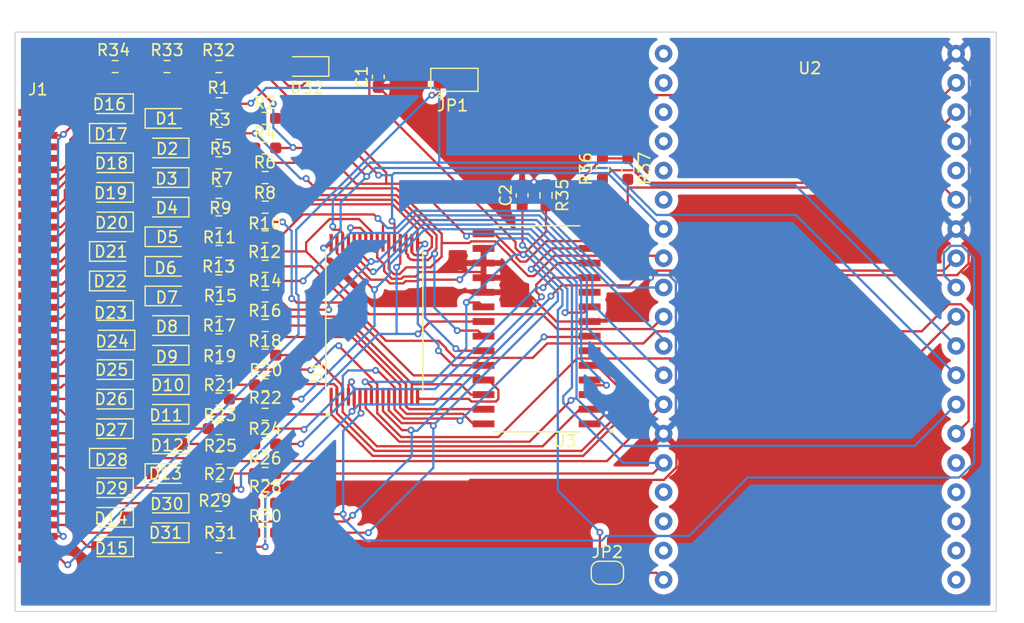
<source format=kicad_pcb>
(kicad_pcb (version 20211014) (generator pcbnew)
  (layers (0 "F.Cu" signal) (31 "B.Cu" signal) (34 "B.Paste" user) (35 "F.Paste" user) (36 "B.SilkS" user "B.Silkscreen") (37 "F.SilkS" user "F.Silkscreen") (38 "B.Mask" user) (39 "F.Mask" user) (44 "Edge.Cuts" user))
  (net 0 "")
  (net 1 "Net-(D1-Pad2)")
  (net 2 "GND")
  (net 3 "+5V")
  (net 7 "PRE_TOP")
  (net 8 "CE")
  (net 9 "Q0")
  (net 10 "Q1")
  (net 11 "OE")
  (net 12 "WE")
  (net 13 "A1")
  (net 14 "A2")
  (net 15 "A3")
  (net 16 "A4")
  (net 17 "Q2")
  (net 18 "Q3")
  (net 19 "RY")
  (net 20 "Q4")
  (net 21 "Q5")
  (net 22 "A5")
  (net 23 "A6")
  (net 24 "A7")
  (net 25 "A8")
  (net 26 "A18")
  (net 27 "A9")
  (net 28 "A10")
  (net 29 "A11")
  (net 30 "A12")
  (net 31 "A13")
  (net 32 "Q6")
  (net 33 "Q7")
  (net 34 "A0")
  (net 35 "A17")
  (net 36 "A16")
  (net 37 "A15")
  (net 38 "A14")
  (net 40 "PRE")
  (net 41 "Net-(D1-Pad1)")
  (net 42 "Net-(D2-Pad1)")
  (net 43 "Net-(D2-Pad2)")
  (net 44 "Net-(D3-Pad1)")
  (net 45 "Net-(D3-Pad2)")
  (net 46 "Net-(D4-Pad1)")
  (net 47 "Net-(D4-Pad2)")
  (net 48 "Net-(D5-Pad1)")
  (net 49 "Net-(D5-Pad2)")
  (net 50 "Net-(D6-Pad1)")
  (net 51 "Net-(D6-Pad2)")
  (net 52 "Net-(D7-Pad1)")
  (net 53 "Net-(D7-Pad2)")
  (net 54 "Net-(D8-Pad1)")
  (net 55 "Net-(D8-Pad2)")
  (net 56 "Net-(D9-Pad1)")
  (net 57 "Net-(D9-Pad2)")
  (net 58 "Net-(D10-Pad1)")
  (net 59 "Net-(D10-Pad2)")
  (net 60 "Net-(D11-Pad1)")
  (net 61 "Net-(D11-Pad2)")
  (net 62 "Net-(D12-Pad1)")
  (net 63 "Net-(D12-Pad2)")
  (net 64 "Net-(D13-Pad1)")
  (net 65 "Net-(D13-Pad2)")
  (net 66 "Net-(D14-Pad1)")
  (net 67 "Net-(D14-Pad2)")
  (net 68 "Net-(D15-Pad1)")
  (net 69 "Net-(D15-Pad2)")
  (net 70 "Net-(D16-Pad1)")
  (net 71 "Net-(D16-Pad2)")
  (net 72 "Net-(D17-Pad1)")
  (net 73 "Net-(D17-Pad2)")
  (net 74 "Net-(D18-Pad1)")
  (net 75 "Net-(D18-Pad2)")
  (net 76 "Net-(D19-Pad1)")
  (net 77 "Net-(D19-Pad2)")
  (net 78 "Net-(D20-Pad1)")
  (net 79 "Net-(D20-Pad2)")
  (net 80 "Net-(D21-Pad1)")
  (net 81 "Net-(D21-Pad2)")
  (net 82 "Net-(D22-Pad1)")
  (net 83 "Net-(D22-Pad2)")
  (net 84 "Net-(D23-Pad1)")
  (net 85 "Net-(D23-Pad2)")
  (net 86 "Net-(D24-Pad1)")
  (net 87 "Net-(D24-Pad2)")
  (net 88 "Net-(D25-Pad1)")
  (net 89 "Net-(D25-Pad2)")
  (net 90 "Net-(D26-Pad1)")
  (net 91 "Net-(D26-Pad2)")
  (net 92 "Net-(D27-Pad1)")
  (net 93 "Net-(D27-Pad2)")
  (net 94 "Net-(D28-Pad1)")
  (net 95 "Net-(D28-Pad2)")
  (net 96 "Net-(D29-Pad1)")
  (net 97 "Net-(D29-Pad2)")
  (net 98 "Net-(D30-Pad1)")
  (net 99 "Net-(D30-Pad2)")
  (net 100 "Net-(D31-Pad1)")
  (net 101 "Net-(D31-Pad2)")
  (net 103 "PRE_BOT")
  (net 104 "Net-(JP2-Pad2)")
  (net 105 "Net-(C2-Pad1)")
  (net 106 "SCL")
  (net 109 "SDA")
  (net 123 "5V")
  (footprint "flash-chip:SOP50P1400X120-32N" (layer "F.Cu") (at 96 60 90)
    (fp_text reference "U1")
    (fp_text value "SST39SF040-55-4I-WHE")
  )
  (footprint "Resistor_SMD:R_0603_1608Metric_Pad0.98x0.95mm_HandSolder" (layer "F.Cu") (at 110.9 49.1875 -90)
    (fp_text reference "R35")
    (fp_text value "3.9k")
  )
  (footprint "mcp23016:SOIC127P1030X265-28N" (layer "F.Cu") (at 110.085 60.785 180)
    (fp_text reference "U3")
    (fp_text value "MCP23016-I/SO")
  )
  (footprint "Diode_SMD:D_SOD-323_HandSoldering" (layer "F.Cu") (at 78 55.3571)
    (fp_text reference "D6")
    (fp_text value "D")
  )
  (footprint "Diode_SMD:D_SOD-323_HandSoldering" (layer "F.Cu") (at 73.175 56.6276)
    (fp_text reference "D22")
    (fp_text value "D")
  )
  (footprint "Diode_SMD:D_SOD-323_HandSoldering" (layer "F.Cu") (at 73.175 64.3276 180)
    (fp_text reference "D25")
    (fp_text value "D")
  )
  (footprint "Capacitor_SMD:C_0603_1608Metric_Pad1.08x0.95mm_HandSolder" (layer "F.Cu") (at 108.83 49.1875 90)
    (fp_text reference "C2")
    (fp_text value "33pF")
  )
  (footprint "Diode_SMD:D_SOD-323_HandSoldering" (layer "F.Cu") (at 73.3 61.7609 180)
    (fp_text reference "D24")
    (fp_text value "D")
  )
  (footprint "Diode_SMD:D_SOD-323_HandSoldering" (layer "F.Cu") (at 78 42.5)
    (fp_text reference "D1")
    (fp_text value "D")
  )
  (footprint "Resistor_SMD:R_0603_1608Metric_Pad0.98x0.95mm_HandSolder" (layer "F.Cu") (at 82.5 41.23)
    (fp_text reference "R1")
    (fp_text value "380")
  )
  (footprint "Diode_SMD:D_SOD-323_HandSoldering" (layer "F.Cu") (at 73.175 51.4943 180)
    (fp_text reference "D20")
    (fp_text value "D")
  )
  (footprint "Diode_SMD:D_SOD-323_HandSoldering" (layer "F.Cu") (at 73.175 66.8943 180)
    (fp_text reference "D26")
    (fp_text value "D")
  )
  (footprint "Diode_SMD:D_SOD-323_HandSoldering" (layer "F.Cu") (at 78 75.9286 180)
    (fp_text reference "D30")
    (fp_text value "D")
  )
  (footprint "Capacitor_SMD:C_0603_1608Metric_Pad1.08x0.95mm_HandSolder" (layer "F.Cu") (at 96.34 38.89 90)
    (fp_text reference "C1")
    (fp_text value "0.1uf")
  )
  (footprint "Diode_SMD:D_SOD-323_HandSoldering" (layer "F.Cu") (at 78 57.9286)
    (fp_text reference "D7")
    (fp_text value "D")
  )
  (footprint "Diode_SMD:D_SOD-323_HandSoldering" (layer "F.Cu") (at 73.175 74.5943 180)
    (fp_text reference "D29")
    (fp_text value "D")
  )
  (footprint "Diode_SMD:D_SOD-323_HandSoldering" (layer "F.Cu") (at 78 65.6429 180)
    (fp_text reference "D10")
    (fp_text value "D")
  )
  (footprint "Resistor_SMD:R_0603_1608Metric_Pad0.98x0.95mm_HandSolder" (layer "F.Cu") (at 86.5225 47.6429)
    (fp_text reference "R6")
    (fp_text value "380")
  )
  (footprint "Diode_SMD:D_SOD-323_HandSoldering" (layer "F.Cu") (at 73.175 72.0276)
    (fp_text reference "D28")
    (fp_text value "D")
  )
  (footprint "Resistor_SMD:R_0603_1608Metric_Pad0.98x0.95mm_HandSolder" (layer "F.Cu") (at 86.5225 42.5)
    (fp_text reference "R2")
    (fp_text value "380")
  )
  (footprint "Resistor_SMD:R_0603_1608Metric_Pad0.98x0.95mm_HandSolder" (layer "F.Cu") (at 82.5 59.192)
    (fp_text reference "R15")
    (fp_text value "380")
  )
  (footprint "Resistor_SMD:R_0603_1608Metric_Pad0.98x0.95mm_HandSolder" (layer "F.Cu") (at 86.5225 78.5)
    (fp_text reference "R30")
    (fp_text value "380")
  )
  (footprint "Resistor_SMD:R_0603_1608Metric_Pad0.98x0.95mm_HandSolder" (layer "F.Cu") (at 86.5225 75.9286)
    (fp_text reference "R28")
    (fp_text value "380")
  )
  (footprint "Resistor_SMD:R_0603_1608Metric_Pad0.98x0.95mm_HandSolder" (layer "F.Cu") (at 82.5 64.324)
    (fp_text reference "R19")
    (fp_text value "380")
  )
  (footprint "Resistor_SMD:R_0603_1608Metric_Pad0.98x0.95mm_HandSolder" (layer "F.Cu") (at 82.5 48.928)
    (fp_text reference "R7")
    (fp_text value "380")
  )
  (footprint "Resistor_SMD:R_0603_1608Metric_Pad0.98x0.95mm_HandSolder" (layer "F.Cu") (at 82.5 46.362)
    (fp_text reference "R5")
    (fp_text value "380")
  )
  (footprint "doit-esp32-devkit-kicad-master:ESP32-DOIT-DEVKIT" (layer "F.Cu") (at 133.81 34.3325)
    (fp_text reference "U2")
    (fp_text value "ESP32-DEVKITC_WROOM")
  )
  (footprint "doit-esp32-devkit-kicad-master:PinHeader_1x40_SMD" (layer "F.Cu") (at 66.79 60.99)
    (fp_text reference "J1")
    (fp_text value "Conn_01x40_Female")
  )
  (footprint "Resistor_SMD:R_0603_1608Metric_Pad0.98x0.95mm_HandSolder" (layer "F.Cu") (at 82.5 69.456)
    (fp_text reference "R23")
    (fp_text value "380")
  )
  (footprint "Diode_SMD:D_SOD-323_HandSoldering" (layer "F.Cu") (at 78 60.5 180)
    (fp_text reference "D8")
    (fp_text value "D")
  )
  (footprint "Resistor_SMD:R_0603_1608Metric_Pad0.98x0.95mm_HandSolder" (layer "F.Cu") (at 82.5 74.588)
    (fp_text reference "R27")
    (fp_text value "380")
  )
  (footprint "Diode_SMD:D_SOD-323_HandSoldering" (layer "F.Cu") (at 73.175 46.3609 180)
    (fp_text reference "D18")
    (fp_text value "D")
  )
  (footprint "Diode_SMD:D_SOD-323_HandSoldering" (layer "F.Cu") (at 73.175 43.7943)
    (fp_text reference "D17")
    (fp_text value "D")
  )
  (footprint "Resistor_SMD:R_0603_1608Metric_Pad0.98x0.95mm_HandSolder" (layer "F.Cu") (at 82.5 38)
    (fp_text reference "R32")
    (fp_text value "380")
  )
  (footprint "Resistor_SMD:R_0603_1608Metric_Pad0.98x0.95mm_HandSolder" (layer "F.Cu") (at 82.5 66.89)
    (fp_text reference "R21")
    (fp_text value "380")
  )
  (footprint "Resistor_SMD:R_0603_1608Metric_Pad0.98x0.95mm_HandSolder" (layer "F.Cu") (at 86.5225 68.2143)
    (fp_text reference "R22")
    (fp_text value "380")
  )
  (footprint "Diode_SMD:D_SOD-323_HandSoldering" (layer "F.Cu") (at 73.175 77.1609 180)
    (fp_text reference "D14")
    (fp_text value "D")
  )
  (footprint "Jumper:SolderJumper-3_P1.3mm_Bridged12_Pad1.0x1.5mm" (layer "F.Cu") (at 102.95 39.15)
    (fp_text reference "JP1")
    (fp_text value "SolderJumper")
  )
  (footprint "Resistor_SMD:R_0603_1608Metric_Pad0.98x0.95mm_HandSolder" (layer "F.Cu") (at 82.5 79.72)
    (fp_text reference "R31")
    (fp_text value "380")
  )
  (footprint "Jumper:SolderJumper-2_P1.3mm_Bridged_RoundedPad1.0x1.5mm" (layer "F.Cu") (at 116.23 81.98)
    (fp_text reference "JP2")
    (fp_text value "SolderJumper_2_Bridged")
  )
  (footprint "Diode_SMD:D_SOD-323_HandSoldering" (layer "F.Cu") (at 78 50.2143 180)
    (fp_text reference "D4")
    (fp_text value "D")
  )
  (footprint "Diode_SMD:D_SOD-323_HandSoldering" (layer "F.Cu") (at 73.175 69.4609 180)
    (fp_text reference "D27")
    (fp_text value "D")
  )
  (footprint "Diode_SMD:D_SOD-323_HandSoldering" (layer "F.Cu") (at 78 45.0714 180)
    (fp_text reference "D2")
    (fp_text value "D")
  )
  (footprint "Resistor_SMD:R_0603_1608Metric_Pad0.98x0.95mm_HandSolder" (layer "F.Cu") (at 82.5 72.022)
    (fp_text reference "R25")
    (fp_text value "380")
  )
  (footprint "Diode_SMD:D_SOD-323_HandSoldering" (layer "F.Cu") (at 73.175 54.0609)
    (fp_text reference "D21")
    (fp_text value "D")
  )
  (footprint "Diode_SMD:D_SOD-323_HandSoldering" (layer "F.Cu") (at 78 70.7857 180)
    (fp_text reference "D12")
    (fp_text value "D")
  )
  (footprint "Resistor_SMD:R_0603_1608Metric_Pad0.98x0.95mm_HandSolder" (layer "F.Cu") (at 86.5225 60.5)
    (fp_text reference "R16")
    (fp_text value "380")
  )
  (footprint "Resistor_SMD:R_0603_1608Metric_Pad0.98x0.95mm_HandSolder" (layer "F.Cu") (at 86.5225 70.7857)
    (fp_text reference "R24")
    (fp_text value "380")
  )
  (footprint "Resistor_SMD:R_0603_1608Metric_Pad0.98x0.95mm_HandSolder" (layer "F.Cu") (at 86.5225 45.0714)
    (fp_text reference "R4")
    (fp_text value "380")
  )
  (footprint "Resistor_SMD:R_0603_1608Metric_Pad0.98x0.95mm_HandSolder" (layer "F.Cu") (at 82.5 77.154)
    (fp_text reference "R29")
    (fp_text value "380")
  )
  (footprint "Diode_SMD:D_SOD-323_HandSoldering" (layer "F.Cu") (at 73.175 48.9276 180)
    (fp_text reference "D19")
    (fp_text value "D")
  )
  (footprint "Resistor_SMD:R_0603_1608Metric_Pad0.98x0.95mm_HandSolder" (layer "F.Cu") (at 82.5 54.06)
    (fp_text reference "R11")
    (fp_text value "380")
  )
  (footprint "Resistor_SMD:R_0603_1608Metric_Pad0.98x0.95mm_HandSolder" (layer "F.Cu") (at 115.8 46.8875 90)
    (fp_text reference "R36")
    (fp_text value "3.9k")
  )
  (footprint "Resistor_SMD:R_0603_1608Metric_Pad0.98x0.95mm_HandSolder" (layer "F.Cu") (at 86.5225 73.3571)
    (fp_text reference "R26")
    (fp_text value "380")
  )
  (footprint "Diode_SMD:D_SOD-323_HandSoldering" (layer "F.Cu") (at 73.175 41.2276 180)
    (fp_text reference "D16")
    (fp_text value "D")
  )
  (footprint "Resistor_SMD:R_0603_1608Metric_Pad0.98x0.95mm_HandSolder" (layer "F.Cu") (at 82.5 61.758)
    (fp_text reference "R17")
    (fp_text value "380")
  )
  (footprint "Resistor_SMD:R_0603_1608Metric_Pad0.98x0.95mm_HandSolder" (layer "F.Cu") (at 82.5 56.626)
    (fp_text reference "R13")
    (fp_text value "380")
  )
  (footprint "Resistor_SMD:R_0603_1608Metric_Pad0.98x0.95mm_HandSolder" (layer "F.Cu") (at 118 46.8875 90)
    (fp_text reference "R37")
    (fp_text value "3.9k")
  )
  (footprint "Diode_SMD:D_SOD-323_HandSoldering" (layer "F.Cu") (at 78 52.7857)
    (fp_text reference "D5")
    (fp_text value "D")
  )
  (footprint "Resistor_SMD:R_0603_1608Metric_Pad0.98x0.95mm_HandSolder" (layer "F.Cu") (at 82.5 43.796)
    (fp_text reference "R3")
    (fp_text value "380")
  )
  (footprint "Diode_SMD:D_SOD-323_HandSoldering" (layer "F.Cu") (at 73.175 59.1943 180)
    (fp_text reference "D23")
    (fp_text value "D")
  )
  (footprint "Resistor_SMD:R_0603_1608Metric_Pad0.98x0.95mm_HandSolder" (layer "F.Cu") (at 86.5225 63.0714)
    (fp_text reference "R18")
    (fp_text value "380")
  )
  (footprint "Diode_SMD:D_SOD-323_HandSoldering" (layer "F.Cu") (at 78 73.3571)
    (fp_text reference "D13")
    (fp_text value "D")
  )
  (footprint "Diode_SMD:D_SOD-323_HandSoldering" (layer "F.Cu") (at 78 78.5 180)
    (fp_text reference "D31")
    (fp_text value "D")
  )
  (footprint "Resistor_SMD:R_0603_1608Metric_Pad0.98x0.95mm_HandSolder" (layer "F.Cu") (at 73.5 38)
    (fp_text reference "R34")
    (fp_text value "380")
  )
  (footprint "Diode_SMD:D_SOD-323_HandSoldering" (layer "F.Cu") (at 78 47.6429 180)
    (fp_text reference "D3")
    (fp_text value "D")
  )
  (footprint "Diode_SMD:D_SOD-323_HandSoldering" (layer "F.Cu") (at 78 63.0714 180)
    (fp_text reference "D9")
    (fp_text value "D")
  )
  (footprint "Diode_SMD:D_SOD-323_HandSoldering" (layer "F.Cu") (at 90.15 37.99 180)
    (fp_text reference "D32")
    (fp_text value "D")
  )
  (footprint "Resistor_SMD:R_0603_1608Metric_Pad0.98x0.95mm_HandSolder" (layer "F.Cu") (at 86.5225 57.9286)
    (fp_text reference "R14")
    (fp_text value "380")
  )
  (footprint "Resistor_SMD:R_0603_1608Metric_Pad0.98x0.95mm_HandSolder" (layer "F.Cu") (at 82.5 51.494)
    (fp_text reference "R9")
    (fp_text value "380")
  )
  (footprint "Resistor_SMD:R_0603_1608Metric_Pad0.98x0.95mm_HandSolder" (layer "F.Cu") (at 86.5225 55.3571)
    (fp_text reference "R12")
    (fp_text value "380")
  )
  (footprint "Resistor_SMD:R_0603_1608Metric_Pad0.98x0.95mm_HandSolder" (layer "F.Cu") (at 86.5225 65.6429)
    (fp_text reference "R20")
    (fp_text value "380")
  )
  (footprint "Resistor_SMD:R_0603_1608Metric_Pad0.98x0.95mm_HandSolder" (layer "F.Cu") (at 78 38)
    (fp_text reference "R33")
    (fp_text value "380")
  )
  (footprint "Diode_SMD:D_SOD-323_HandSoldering" (layer "F.Cu") (at 73.175 79.7276 180)
    (fp_text reference "D15")
    (fp_text value "D")
  )
  (footprint "Diode_SMD:D_SOD-323_HandSoldering" (layer "F.Cu") (at 78 68.2143 180)
    (fp_text reference "D11")
    (fp_text value "D")
  )
  (footprint "Resistor_SMD:R_0603_1608Metric_Pad0.98x0.95mm_HandSolder" (layer "F.Cu") (at 86.5225 52.7857)
    (fp_text reference "R10")
    (fp_text value "380")
  )
  (footprint "Resistor_SMD:R_0603_1608Metric_Pad0.98x0.95mm_HandSolder" (layer "F.Cu") (at 86.5225 50.2143)
    (fp_text reference "R8")
    (fp_text value "380")
  )
  (gr_rect (start 149.99 35) (end 64.81 85.34) (layer "Edge.Cuts") (width 0.1) (fill none))
  (segment (start 85.61 42.5) (end 79.25 42.5) (width 0.2) (layer "F.Cu") (net 1))
  (segment (start 98.3483 56.4356) (end 98.5409 56.243) (width 0.2) (layer "F.Cu") (net 2))
  (segment (start 119.9865 56.3241) (end 116.1606 60.15) (width 0.2) (layer "F.Cu") (net 2))
  (segment (start 69.2714 79.8142) (end 70.0009 80.5437) (width 0.2) (layer "F.Cu") (net 2))
  (segment (start 147.5926 53.1951) (end 146.51 52.1125) (width 0.2) (layer "F.Cu") (net 2))
  (segment (start 99.822 55.8427) (end 105.48 55.8427) (width 0.2) (layer "F.Cu") (net 2))
  (segment (start 109.8507 48.0243) (end 108.83 48.0243) (width 0.2) (layer "F.Cu") (net 2))
  (segment (start 99.822 56.0085) (end 99.822 55.8427) (width 0.2) (layer "F.Cu") (net 2))
  (segment (start 96.0172 36.3882) (end 97.1535 37.5245) (width 0.2) (layer "F.Cu") (net 2))
  (segment (start 108.83 48.0243) (end 108.83 48.325) (width 0.2) (layer "F.Cu") (net 2))
  (segment (start 96.8497 55.7659) (end 97.5194 56.4356) (width 0.2) (layer "F.Cu") (net 2))
  (segment (start 105.48 53.8) (end 105.48 55.07) (width 0.2) (layer "F.Cu") (net 2))
  (segment (start 111.8038 60.15) (end 114.69 60.15) (width 0.2) (layer "F.Cu") (net 2))
  (segment (start 96.25 53.31) (end 96.25 54.6001) (width 0.2) (layer "F.Cu") (net 2))
  (segment (start 121.1349 73.9101) (end 122.2244 72.8206) (width 0.2) (layer "F.Cu") (net 2))
  (segment (start 122.2244 72.8206) (end 122.2244 71.0069) (width 0.2) (layer "F.Cu") (net 2))
  (segment (start 114.69 69.04) (end 115.1821 69.04) (width 0.2) (layer "F.Cu") (net 2))
  (segment (start 99.5875 56.243) (end 99.822 56.0085) (width 0.2) (layer "F.Cu") (net 2))
  (segment (start 66.79 79.8142) (end 69.2714 79.8142) (width 0.2) (layer "F.Cu") (net 2))
  (segment (start 97.7077 80.5437) (end 104.3413 73.9101) (width 0.2) (layer "F.Cu") (net 2))
  (segment (start 105.48 57.61) (end 109.2638 57.61) (width 0.2) (layer "F.Cu") (net 2))
  (segment (start 105.48 57.61) (end 105.48 56.34) (width 0.2) (layer "F.Cu") (net 2))
  (segment (start 147.5926 55.1075) (end 147.5926 53.1951) (width 0.2) (layer "F.Cu") (net 2))
  (segment (start 109.2638 57.61) (end 111.8038 60.15) (width 0.2) (layer "F.Cu") (net 2))
  (segment (start 96.34 39.7525) (end 104.6118 48.0243) (width 0.2) (layer "F.Cu") (net 2))
  (segment (start 104.6118 48.0243) (end 108.83 48.0243) (width 0.2) (layer "F.Cu") (net 2))
  (segment (start 104.3413 73.9101) (end 121.1349 73.9101) (width 0.2) (layer "F.Cu") (net 2))
  (segment (start 119.9865 56.3241) (end 120.1841 56.1265) (width 0.2) (layer "F.Cu") (net 2))
  (segment (start 122.2244 71.0069) (end 121.11 69.8925) (width 0.2) (layer "F.Cu") (net 2))
  (segment (start 68.7903 39.9102) (end 72.3123 36.3882) (width 0.2) (layer "F.Cu") (net 2))
  (segment (start 115.1821 69.04) (end 116.1529 68.0692) (width 0.2) (layer "F.Cu") (net 2))
  (segment (start 116.1606 60.15) (end 114.69 60.15) (width 0.2) (layer "F.Cu") (net 2))
  (segment (start 68.7903 42.9854) (end 68.7903 39.9102) (width 0.2) (layer "F.Cu") (net 2))
  (segment (start 97.5194 56.4356) (end 98.3483 56.4356) (width 0.2) (layer "F.Cu") (net 2))
  (segment (start 146.5736 56.1265) (end 147.5926 55.1075) (width 0.2) (layer "F.Cu") (net 2))
  (segment (start 96.8497 55.1998) (end 96.8497 55.7659) (width 0.2) (layer "F.Cu") (net 2))
  (segment (start 70.0009 80.5437) (end 97.7077 80.5437) (width 0.2) (layer "F.Cu") (net 2))
  (segment (start 96.25 54.6001) (end 96.8497 55.1998) (width 0.2) (layer "F.Cu") (net 2))
  (segment (start 97.1535 38.939) (end 96.34 39.7525) (width 0.2) (layer "F.Cu") (net 2))
  (segment (start 66.79 42.9854) (end 68.7903 42.9854) (width 0.2) (layer "F.Cu") (net 2))
  (segment (start 98.5409 56.243) (end 99.5875 56.243) (width 0.2) (layer "F.Cu") (net 2))
  (segment (start 105.48 55.8427) (end 105.48 56.34) (width 0.2) (layer "F.Cu") (net 2))
  (segment (start 72.3123 36.3882) (end 96.0172 36.3882) (width 0.2) (layer "F.Cu") (net 2))
  (segment (start 97.1535 37.5245) (end 97.1535 38.939) (width 0.2) (layer "F.Cu") (net 2))
  (segment (start 120.1841 56.1265) (end 146.5736 56.1265) (width 0.2) (layer "F.Cu") (net 2))
  (segment (start 105.48 55.07) (end 105.48 55.8427) (width 0.2) (layer "F.Cu") (net 2))
  (via (at 119.9865 56.3241) (size 0.6) (drill 0.3) (layers "F.Cu" "B.Cu") (net 2))
  (via (at 116.1529 68.0692) (size 0.6) (drill 0.3) (layers "F.Cu" "B.Cu") (net 2))
  (via (at 109.8507 48.0243) (size 0.6) (drill 0.3) (layers "F.Cu" "B.Cu") (net 2))
  (segment (start 147.6182 37.9807) (end 147.6182 51.0043) (width 0.2) (layer "B.Cu") (net 2))
  (segment (start 146.51 36.8725) (end 147.6182 37.9807) (width 0.2) (layer "B.Cu") (net 2))
  (segment (start 119.9865 56.1052) (end 119.9865 56.3241) (width 0.2) (layer "B.Cu") (net 2))
  (segment (start 119.9865 56.1052) (end 117.9316 56.1052) (width 0.2) (layer "B.Cu") (net 2))
  (segment (start 121.11 69.8925) (end 119.2867 68.0692) (width 0.2) (layer "B.Cu") (net 2))
  (segment (start 117.9316 56.1052) (end 109.8507 48.0243) (width 0.2) (layer "B.Cu") (net 2))
  (segment (start 121.5558 56.1052) (end 119.9865 56.1052) (width 0.2) (layer "B.Cu") (net 2))
  (segment (start 119.2867 68.0692) (end 116.1529 68.0692) (width 0.2) (layer "B.Cu") (net 2))
  (segment (start 147.6182 51.0043) (end 146.51 52.1125) (width 0.2) (layer "B.Cu") (net 2))
  (segment (start 121.11 69.8925) (end 122.1794 68.8231) (width 0.2) (layer "B.Cu") (net 2))
  (segment (start 122.1794 56.7288) (end 121.5558 56.1052) (width 0.2) (layer "B.Cu") (net 2))
  (segment (start 122.1794 68.8231) (end 122.1794 56.7288) (width 0.2) (layer "B.Cu") (net 2))
  (segment (start 111.675 50.1) (end 110.9 50.1) (width 0.2) (layer "F.Cu") (net 3))
  (segment (start 115.58 81.98) (end 115.58 78.466) (width 0.2) (layer "F.Cu") (net 3))
  (segment (start 78.9125 38) (end 79.6981 37.2144) (width 0.2) (layer "F.Cu") (net 3))
  (segment (start 82.6269 37.2144) (end 83.4125 38) (width 0.2) (layer "F.Cu") (net 3))
  (segment (start 108.61 54.1322) (end 108.9266 54.1322) (width 0.2) (layer "F.Cu") (net 3))
  (segment (start 83.4125 38) (end 86.87 38) (width 0.2) (layer "F.Cu") (net 3))
  (segment (start 86.87 38) (end 88.54 39.67) (width 0.2) (layer "F.Cu") (net 3))
  (segment (start 109.1251 54.1322) (end 110.9 52.3573) (width 0.2) (layer "F.Cu") (net 3))
  (segment (start 96.34 38.0275) (end 95.5637 38.8038) (width 0.2) (layer "F.Cu") (net 3))
  (segment (start 91.4 37.99) (end 92.2003 37.99) (width 0.2) (layer "F.Cu") (net 3))
  (segment (start 105.0952 58.4952) (end 103.9847 58.4952) (width 0.2) (layer "F.Cu") (net 3))
  (segment (start 89.72 39.67) (end 91.4 37.99) (width 0.2) (layer "F.Cu") (net 3))
  (segment (start 118 45.975) (end 115.8 45.975) (width 0.2) (layer "F.Cu") (net 3))
  (segment (start 78.1269 37.2144) (end 75.1981 37.2144) (width 0.2) (layer "F.Cu") (net 3))
  (segment (start 115.8 45.975) (end 111.675 50.1) (width 0.2) (layer "F.Cu") (net 3))
  (segment (start 95.75 65.8161) (end 95.75 66.69) (width 0.2) (layer "F.Cu") (net 3))
  (segment (start 88.54 39.67) (end 89.72 39.67) (width 0.2) (layer "F.Cu") (net 3))
  (segment (start 95.5637 38.8038) (end 95.5637 40.5531) (width 0.2) (layer "F.Cu") (net 3))
  (segment (start 105.48 58.88) (end 105.0952 58.4952) (width 0.2) (layer "F.Cu") (net 3))
  (segment (start 108.2583 53.2477) (end 108.2583 53.7805) (width 0.2) (layer "F.Cu") (net 3))
  (segment (start 108.2583 53.7805) (end 108.61 54.1322) (width 0.2) (layer "F.Cu") (net 3))
  (segment (start 95.1949 65.3904) (end 95.3243 65.3904) (width 0.2) (layer "F.Cu") (net 3))
  (segment (start 110.9 52.3573) (end 110.9 50.1) (width 0.2) (layer "F.Cu") (net 3))
  (segment (start 78.9125 38) (end 78.1269 37.2144) (width 0.2) (layer "F.Cu") (net 3))
  (segment (start 95.5637 40.5531) (end 108.2583 53.2477) (width 0.2) (layer "F.Cu") (net 3))
  (segment (start 108.9266 54.1322) (end 109.1251 54.1322) (width 0.2) (layer "F.Cu") (net 3))
  (segment (start 108.9266 54.1322) (end 108.9266 54.3465) (width 0.2) (layer "F.Cu") (net 3))
  (segment (start 95.5637 38.8038) (end 93.0141 38.8038) (width 0.2) (layer "F.Cu") (net 3))
  (segment (start 93.0141 38.8038) (end 92.2003 37.99) (width 0.2) (layer "F.Cu") (net 3))
  (segment (start 95.3243 65.3904) (end 95.75 65.8161) (width 0.2) (layer "F.Cu") (net 3))
  (segment (start 75.1981 37.2144) (end 74.4125 38) (width 0.2) (layer "F.Cu") (net 3))
  (segment (start 79.6981 37.2144) (end 82.6269 37.2144) (width 0.2) (layer "F.Cu") (net 3))
  (via (at 115.58 78.466) (size 0.6) (drill 0.3) (layers "F.Cu" "B.Cu") (net 3))
  (via (at 108.9266 54.3465) (size 0.6) (drill 0.3) (layers "F.Cu" "B.Cu") (net 3))
  (via (at 95.1949 65.3904) (size 0.6) (drill 0.3) (layers "F.Cu" "B.Cu") (net 3))
  (via (at 103.9847 58.4952) (size 0.6) (drill 0.3) (layers "F.Cu" "B.Cu") (net 3))
  (segment (start 111.9278 59.1542) (end 111.9278 74.8138) (width 0.2) (layer "B.Cu") (net 3))
  (segment (start 108.9266 54.3465) (end 109.2097 54.3465) (width 0.2) (layer "B.Cu") (net 3))
  (segment (start 101.0707 65.3904) (end 103.9847 62.4764) (width 0.2) (layer "B.Cu") (net 3))
  (segment (start 111.9278 74.8138) (end 115.58 78.466) (width 0.2) (layer "B.Cu") (net 3))
  (segment (start 109.2097 54.3465) (end 112.3283 57.4651) (width 0.2) (layer "B.Cu") (net 3))
  (segment (start 108.1334 54.3465) (end 108.9266 54.3465) (width 0.2) (layer "B.Cu") (net 3))
  (segment (start 103.9847 62.4764) (end 103.9847 58.4952) (width 0.2) (layer "B.Cu") (net 3))
  (segment (start 112.3283 58.7537) (end 111.9278 59.1542) (width 0.2) (layer "B.Cu") (net 3))
  (segment (start 112.3283 57.4651) (end 112.3283 58.7537) (width 0.2) (layer "B.Cu") (net 3))
  (segment (start 95.1949 65.3904) (end 101.0707 65.3904) (width 0.2) (layer "B.Cu") (net 3))
  (segment (start 103.9847 58.4952) (end 108.1334 54.3465) (width 0.2) (layer "B.Cu") (net 3))
  (segment (start 102.1166 35.9663) (end 72.1256 35.9663) (width 0.2) (layer "F.Cu") (net 7))
  (segment (start 104.25 38.0997) (end 102.1166 35.9663) (width 0.2) (layer "F.Cu") (net 7))
  (segment (start 104.25 39.15) (end 104.25 38.0997) (width 0.2) (layer "F.Cu") (net 7))
  (segment (start 66.79 41.3019) (end 66.79 41.99) (width 0.2) (layer "F.Cu") (net 7))
  (segment (start 72.1256 35.9663) (end 66.79 41.3019) (width 0.2) (layer "F.Cu") (net 7))
  (segment (start 92.9594 52.1818) (end 93.25 52.4724) (width 0.2) (layer "F.Cu") (net 8))
  (segment (start 93.25 52.4724) (end 93.25 53.31) (width 0.2) (layer "F.Cu") (net 8))
  (segment (start 92.3886 52.1818) (end 92.9594 52.1818) (width 0.2) (layer "F.Cu") (net 8))
  (segment (start 85.23 41.23) (end 85.28 41.18) (width 0.2) (layer "F.Cu") (net 8))
  (segment (start 82.4445 40.262) (end 83.4125 41.23) (width 0.2) (layer "F.Cu") (net 8))
  (segment (start 72.5875 38) (end 74.8495 40.262) (width 0.2) (layer "F.Cu") (net 8))
  (segment (start 92.3886 51.8891) (end 92.3886 52.1818) (width 0.2) (layer "F.Cu") (net 8))
  (segment (start 83.4125 41.23) (end 85.23 41.23) (width 0.2) (layer "F.Cu") (net 8))
  (segment (start 74.8495 40.262) (end 82.4445 40.262) (width 0.2) (layer "F.Cu") (net 8))
  (via (at 85.28 41.18) (size 0.6) (drill 0.3) (layers "F.Cu" "B.Cu") (net 8))
  (via (at 92.3886 51.8891) (size 0.6) (drill 0.3) (layers "F.Cu" "B.Cu") (net 8))
  (segment (start 92.3886 49.5892) (end 92.3886 51.8891) (width 0.2) (layer "B.Cu") (net 8))
  (segment (start 101.6397 40.219) (end 101.2728 39.8521) (width 0.2) (layer "B.Cu") (net 8))
  (segment (start 101.6397 46.344) (end 101.6397 40.219) (width 0.2) (layer "B.Cu") (net 8))
  (segment (start 132.54 48.3025) (end 120.0476 48.3025) (width 0.2) (layer "B.Cu") (net 8))
  (segment (start 101.2728 39.8521) (end 86.6079 39.8521) (width 0.2) (layer "B.Cu") (net 8))
  (segment (start 146.51 62.2725) (end 132.54 48.3025) (width 0.2) (layer "B.Cu") (net 8))
  (segment (start 86.6079 39.8521) (end 85.28 41.18) (width 0.2) (layer "B.Cu") (net 8))
  (segment (start 95.6338 46.344) (end 92.3886 49.5892) (width 0.2) (layer "B.Cu") (net 8))
  (segment (start 118.0891 46.344) (end 101.6397 46.344) (width 0.2) (layer "B.Cu") (net 8))
  (segment (start 101.6397 46.344) (end 95.6338 46.344) (width 0.2) (layer "B.Cu") (net 8))
  (segment (start 120.0476 48.3025) (end 118.0891 46.344) (width 0.2) (layer "B.Cu") (net 8))
  (segment (start 96.3663 47.4355) (end 91.4308 42.5) (width 0.2) (layer "F.Cu") (net 9))
  (segment (start 91.4308 42.5) (end 87.435 42.5) (width 0.2) (layer "F.Cu") (net 9))
  (segment (start 97.75 53.31) (end 97.75 51.6407) (width 0.2) (layer "F.Cu") (net 9))
  (segment (start 97.75 51.6407) (end 97.5362 51.4269) (width 0.2) (layer "F.Cu") (net 9))
  (via (at 96.3663 47.4355) (size 0.6) (drill 0.3) (layers "F.Cu" "B.Cu") (net 9))
  (via (at 97.5362 51.4269) (size 0.6) (drill 0.3) (layers "F.Cu" "B.Cu") (net 9))
  (segment (start 116.2509 47.2534) (end 121.11 52.1125) (width 0.2) (layer "B.Cu") (net 9))
  (segment (start 97.7183 47.2534) (end 116.2509 47.2534) (width 0.2) (layer "B.Cu") (net 9))
  (segment (start 97.5362 47.4355) (end 96.3663 47.4355) (width 0.2) (layer "B.Cu") (net 9))
  (segment (start 97.5362 47.4355) (end 97.7183 47.2534) (width 0.2) (layer "B.Cu") (net 9))
  (segment (start 97.5362 51.4269) (end 97.5362 47.4355) (width 0.2) (layer "B.Cu") (net 9))
  (segment (start 100.8738 55.4423) (end 98.7755 55.4423) (width 0.2) (layer "F.Cu") (net 10))
  (segment (start 92.4096 48.5804) (end 97.899393 48.5804) (width 0.2) (layer "F.Cu") (net 10))
  (segment (start 90.9004 48.5804) (end 92.4096 48.5804) (width 0.2) (layer "F.Cu") (net 10))
  (segment (start 101.839881 54.476219) (end 101.839881 54.507103) (width 0.2) (layer "F.Cu") (net 10))
  (segment (start 101.8409 54.4752) (end 101.839881 54.476219) (width 0.2) (layer "F.Cu") (net 10))
  (segment (start 107.926 54.7609) (end 109.3649 56.1998) (width 0.2) (layer "F.Cu") (net 10))
  (segment (start 104.2566 53.3316) (end 104.3999 53.1883) (width 0.2) (layer "F.Cu") (net 10))
  (segment (start 109.8623 56.1998) (end 111.627 54.4351) (width 0.2) (layer "F.Cu") (net 10))
  (segment (start 104.3999 53.1883) (end 106.5192 53.1883) (width 0.2) (layer "F.Cu") (net 10))
  (segment (start 101.839881 54.507103) (end 101.488703 54.858281) (width 0.2) (layer "F.Cu") (net 10))
  (segment (start 90.08 47.76) (end 90.9004 48.5804) (width 0.2) (layer "F.Cu") (net 10))
  (segment (start 83.4125 43.796) (end 85.5933 43.796) (width 0.2) (layer "F.Cu") (net 10))
  (segment (start 85.5933 43.796) (end 85.646 43.796) (width 0.2) (layer "F.Cu") (net 10))
  (segment (start 101.457819 54.858281) (end 100.8738 55.4423) (width 0.2) (layer "F.Cu") (net 10))
  (segment (start 98.1825 56.0353) (end 97.6852 56.0353) (width 0.2) (layer "F.Cu") (net 10))
  (segment (start 101.8409 53.3316) (end 101.8409 54.4752) (width 0.2) (layer "F.Cu") (net 10))
  (segment (start 101.488703 54.858281) (end 101.457819 54.858281) (width 0.2) (layer "F.Cu") (net 10))
  (segment (start 98.7755 55.4423) (end 98.1825 56.0353) (width 0.2) (layer "F.Cu") (net 10))
  (segment (start 106.5192 53.1883) (end 107.926 54.5951) (width 0.2) (layer "F.Cu") (net 10))
  (segment (start 101.85 53.3225) (end 101.8409 53.3316) (width 0.2) (layer "F.Cu") (net 10))
  (segment (start 120.8926 54.4351) (end 121.11 54.6525) (width 0.2) (layer "F.Cu") (net 10))
  (segment (start 101.8409 53.3316) (end 104.2566 53.3316) (width 0.2) (layer "F.Cu") (net 10))
  (segment (start 85.646 43.796) (end 85.65 43.8) (width 0.2) (layer "F.Cu") (net 10))
  (segment (start 97.899393 48.5804) (end 101.85 52.531007) (width 0.2) (layer "F.Cu") (net 10))
  (segment (start 90.08 47.73) (end 90.08 47.76) (width 0.2) (layer "F.Cu") (net 10))
  (segment (start 107.926 54.5951) (end 107.926 54.7609) (width 0.2) (layer "F.Cu") (net 10))
  (segment (start 97.25 55.6001) (end 97.25 53.31) (width 0.2) (layer "F.Cu") (net 10))
  (segment (start 92.313 48.5804) (end 92.4096 48.5804) (width 0.2) (layer "F.Cu") (net 10))
  (segment (start 97.6852 56.0353) (end 97.25 55.6001) (width 0.2) (layer "F.Cu") (net 10))
  (segment (start 111.627 54.4351) (end 120.8926 54.4351) (width 0.2) (layer "F.Cu") (net 10))
  (segment (start 101.85 52.531007) (end 101.85 53.3225) (width 0.2) (layer "F.Cu") (net 10))
  (segment (start 109.3649 56.1998) (end 109.8623 56.1998) (width 0.2) (layer "F.Cu") (net 10))
  (via (at 90.08 47.73) (size 0.6) (drill 0.3) (layers "F.Cu" "B.Cu") (net 10))
  (via (at 85.65 43.8) (size 0.6) (drill 0.3) (layers "F.Cu" "B.Cu") (net 10))
  (segment (start 85.65 43.8) (end 89.58 47.73) (width 0.2) (layer "B.Cu") (net 10))
  (segment (start 89.58 47.73) (end 90.08 47.73) (width 0.2) (layer "B.Cu") (net 10))
  (segment (start 92.8587 45.0714) (end 95.3363 47.549) (width 0.2) (layer "F.Cu") (net 11))
  (segment (start 85.500989 39.510989) (end 78.598489 39.510989) (width 0.2) (layer "F.Cu") (net 11))
  (segment (start 91.5869 53.762) (end 91.798 53.762) (width 0.2) (layer "F.Cu") (net 11))
  (segment (start 87.435 45.0714) (end 92.8587 45.0714) (width 0.2) (layer "F.Cu") (net 11))
  (segment (start 78.598489 39.510989) (end 77.0875 38) (width 0.2) (layer "F.Cu") (net 11))
  (segment (start 87.23 41.24) (end 85.500989 39.510989) (width 0.2) (layer "F.Cu") (net 11))
  (segment (start 91.798 53.762) (end 92.25 53.31) (width 0.2) (layer "F.Cu") (net 11))
  (via (at 87.23 41.24) (size 0.6) (drill 0.3) (layers "F.Cu" "B.Cu") (net 11))
  (via (at 88.94 45.03) (size 0.6) (drill 0.3) (layers "F.Cu" "B.Cu") (net 11))
  (via (at 95.3363 47.549) (size 0.6) (drill 0.3) (layers "F.Cu" "B.Cu") (net 11))
  (via (at 91.5869 53.762) (size 0.6) (drill 0.3) (layers "F.Cu" "B.Cu") (net 11))
  (segment (start 132.5883 50.8908) (end 120.4899 50.8908) (width 0.2) (layer "B.Cu") (net 11))
  (segment (start 96.075 46.8103) (end 95.3363 47.549) (width 0.2) (layer "B.Cu") (net 11))
  (segment (start 93.0749 52.274) (end 91.5869 53.762) (width 0.2) (layer "B.Cu") (net 11))
  (segment (start 95.3363 47.549) (end 93.0749 49.8104) (width 0.2) (layer "B.Cu") (net 11))
  (segment (start 120.4899 50.8908) (end 116.4094 46.8103) (width 0.2) (layer "B.Cu") (net 11))
  (segment (start 116.4094 46.8103) (end 96.075 46.8103) (width 0.2) (layer "B.Cu") (net 11))
  (segment (start 87.23 41.24) (end 87.23 43.32) (width 0.2) (layer "B.Cu") (net 11))
  (segment (start 87.23 43.32) (end 88.94 45.03) (width 0.2) (layer "B.Cu") (net 11))
  (segment (start 146.51 64.8125) (end 132.5883 50.8908) (width 0.2) (layer "B.Cu") (net 11))
  (segment (start 93.0749 49.8104) (end 93.0749 52.274) (width 0.2) (layer "B.Cu") (net 11))
  (segment (start 82.698978 39.111478) (end 86.971478 39.111478) (width 0.2) (layer "F.Cu") (net 12))
  (segment (start 83.4125 46.362) (end 92.607 46.362) (width 0.2) (layer "F.Cu") (net 12))
  (segment (start 94.425 48.18) (end 97.0299 48.18) (width 0.2) (layer "F.Cu") (net 12))
  (segment (start 91.4678 41.66) (end 97.0299 47.2221) (width 0.2) (layer "F.Cu") (net 12))
  (segment (start 89.52 41.66) (end 91.4678 41.66) (width 0.2) (layer "F.Cu") (net 12))
  (segment (start 99.4566 48.18) (end 104.0079 52.7313) (width 0.2) (layer "F.Cu") (net 12))
  (segment (start 113.068 66.9996) (end 109.478589 70.589011) (width 0.2) (layer "F.Cu") (net 12))
  (segment (start 109.478589 70.589011) (end 98.159011 70.589011) (width 0.2) (layer "F.Cu") (net 12))
  (segment (start 97.0299 48.18) (end 99.4566 48.18) (width 0.2) (layer "F.Cu") (net 12))
  (segment (start 97.0299 47.2221) (end 97.0299 48.18) (width 0.2) (layer "F.Cu") (net 12))
  (segment (start 92.607 46.362) (end 94.425 48.18) (width 0.2) (layer "F.Cu") (net 12))
  (segment (start 86.971478 39.111478) (end 89.52 41.66) (width 0.2) (layer "F.Cu") (net 12))
  (segment (start 81.5875 38) (end 82.698978 39.111478) (width 0.2) (layer "F.Cu") (net 12))
  (segment (start 98.159011 70.589011) (end 95.25 67.68) (width 0.2) (layer "F.Cu") (net 12))
  (segment (start 95.25 67.68) (end 95.25 66.69) (width 0.2) (layer "F.Cu") (net 12))
  (via (at 113.068 66.9996) (size 0.6) (drill 0.3) (layers "F.Cu" "B.Cu") (net 12))
  (via (at 104.0079 52.7313) (size 0.6) (drill 0.3) (layers "F.Cu" "B.Cu") (net 12))
  (segment (start 104.0079 52.7313) (end 104.208 52.5312) (width 0.2) (layer "B.Cu") (net 12))
  (segment (start 109.3757 52.5312) (end 113.5549 56.7104) (width 0.2) (layer "B.Cu") (net 12))
  (segment (start 117.6696 70.9548) (end 113.5549 66.8401) (width 0.2) (layer "B.Cu") (net 12))
  (segment (start 104.208 52.5312) (end 109.3757 52.5312) (width 0.2) (layer "B.Cu") (net 12))
  (segment (start 142.9077 70.9548) (end 117.6696 70.9548) (width 0.2) (layer "B.Cu") (net 12))
  (segment (start 146.51 67.3525) (end 142.9077 70.9548) (width 0.2) (layer "B.Cu") (net 12))
  (segment (start 113.2275 66.8401) (end 113.068 66.9996) (width 0.2) (layer "B.Cu") (net 12))
  (segment (start 113.5549 66.8401) (end 113.2275 66.8401) (width 0.2) (layer "B.Cu") (net 12))
  (segment (start 113.5549 56.7104) (end 113.5549 66.8401) (width 0.2) (layer "B.Cu") (net 12))
  (segment (start 99.156207 54.767822) (end 98.922178 54.533793) (width 0.2) (layer "F.Cu") (net 13))
  (segment (start 101.392322 53.824009) (end 101.392321 52.983057) (width 0.2) (layer "F.Cu") (net 13))
  (segment (start 101.399206 52.976171) (end 101.399205 52.645205) (width 0.2) (layer "F.Cu") (net 13))
  (segment (start 101.0164 54.4471) (end 100.6526 54.8109) (width 0.2) (layer "F.Cu") (net 13))
  (segment (start 103.1985 60.9383) (end 104.9983 60.9383) (width 0.2) (layer "F.Cu") (net 13))
  (segment (start 98.75 54.2043) (end 98.75 53.31) (width 0.2) (layer "F.Cu") (net 13))
  (segment (start 98.922178 54.376478) (end 98.75 54.2043) (width 0.2) (layer "F.Cu") (net 13))
  (segment (start 99.3566 54.8109) (end 99.313522 54.767822) (width 0.2) (layer "F.Cu") (net 13))
  (segment (start 101.0164 54.2305) (end 101.0164 54.4471) (width 0.2) (layer "F.Cu") (net 13))
  (segment (start 101.399205 52.645205) (end 97.925569 49.17157) (width 0.2) (layer "F.Cu") (net 13))
  (segment (start 88.963669 49.171569) (end 87.435 47.6429) (width 0.2) (layer "F.Cu") (net 13))
  (segment (start 101.0164 54.2305) (end 101.0164 54.199932) (width 0.2) (layer "F.Cu") (net 13))
  (segment (start 98.922178 54.533793) (end 98.922178 54.376478) (width 0.2) (layer "F.Cu") (net 13))
  (segment (start 101.392321 52.983057) (end 101.399206 52.976171) (width 0.2) (layer "F.Cu") (net 13))
  (segment (start 97.925569 49.17157) (end 88.963669 49.171569) (width 0.2) (layer "F.Cu") (net 13))
  (segment (start 101.2121 54.2305) (end 101.24038 54.25878) (width 0.2) (layer "F.Cu") (net 13))
  (segment (start 100.6526 54.8109) (end 99.3566 54.8109) (width 0.2) (layer "F.Cu") (net 13))
  (segment (start 99.313522 54.767822) (end 99.156207 54.767822) (width 0.2) (layer "F.Cu") (net 13))
  (segment (start 101.0164 54.199932) (end 101.392322 53.824009) (width 0.2) (layer "F.Cu") (net 13))
  (segment (start 104.9983 60.9383) (end 105.48 61.42) (width 0.2) (layer "F.Cu") (net 13))
  (segment (start 101.0164 54.2305) (end 101.2121 54.2305) (width 0.2) (layer "F.Cu") (net 13))
  (via (at 101.24038 54.25878) (size 0.6) (drill 0.3) (layers "F.Cu" "B.Cu") (net 13))
  (via (at 103.1985 60.9383) (size 0.6) (drill 0.3) (layers "F.Cu" "B.Cu") (net 13))
  (segment (start 103.1985 60.9383) (end 101.2121 58.9519) (width 0.2) (layer "B.Cu") (net 13))
  (segment (start 101.2121 54.28706) (end 101.24038 54.25878) (width 0.2) (layer "B.Cu") (net 13))
  (segment (start 101.2121 58.9519) (end 101.2121 54.28706) (width 0.2) (layer "B.Cu") (net 13))
  (segment (start 99.25 54.137024) (end 99.25 53.31) (width 0.2) (layer "F.Cu") (net 14))
  (segment (start 83.4125 48.928) (end 87.39566 48.928) (width 0.2) (layer "F.Cu") (net 14))
  (segment (start 99.25 53.31) (end 99.25 54.1382) (width 0.2) (layer "F.Cu") (net 14))
  (segment (start 100.992811 52.810689) (end 100.992811 53.658527) (width 0.2) (layer "F.Cu") (net 14))
  (segment (start 87.39566 48.928) (end 88.03874 49.57108) (width 0.2) (layer "F.Cu") (net 14))
  (segment (start 99.492496 54.37952) (end 99.25 54.137024) (width 0.2) (layer "F.Cu") (net 14))
  (segment (start 100.2342 54.3803) (end 100.4039 54.2106) (width 0.2) (layer "F.Cu") (net 14))
  (segment (start 100.992811 53.658527) (end 100.271818 54.37952) (width 0.2) (layer "F.Cu") (net 14))
  (segment (start 99.25 54.1382) (end 99.4921 54.3803) (width 0.2) (layer "F.Cu") (net 14))
  (segment (start 97.760087 49.571081) (end 100.999695 52.810689) (width 0.2) (layer "F.Cu") (net 14))
  (segment (start 100.999695 52.810689) (end 100.992811 52.810689) (width 0.2) (layer "F.Cu") (net 14))
  (segment (start 99.4921 54.3803) (end 100.2342 54.3803) (width 0.2) (layer "F.Cu") (net 14))
  (segment (start 100.271818 54.37952) (end 99.492496 54.37952) (width 0.2) (layer "F.Cu") (net 14))
  (segment (start 105.48 62.69) (end 103.2614 62.69) (width 0.2) (layer "F.Cu") (net 14))
  (segment (start 88.03874 49.57108) (end 97.760087 49.571081) (width 0.2) (layer "F.Cu") (net 14))
  (segment (start 103.2614 62.69) (end 103.0748 62.5034) (width 0.2) (layer "F.Cu") (net 14))
  (via (at 100.4039 54.2106) (size 0.6) (drill 0.3) (layers "F.Cu" "B.Cu") (net 14))
  (via (at 103.0748 62.5034) (size 0.6) (drill 0.3) (layers "F.Cu" "B.Cu") (net 14))
  (segment (start 103.0748 62.5034) (end 100.4039 59.8325) (width 0.2) (layer "B.Cu") (net 14))
  (segment (start 100.4039 59.8325) (end 100.4039 54.2106) (width 0.2) (layer "B.Cu") (net 14))
  (segment (start 87.6787 49.9706) (end 87.435 50.2143) (width 0.2) (layer "F.Cu") (net 15))
  (segment (start 99.75 53.31) (end 100.2931 53.31) (width 0.2) (layer "F.Cu") (net 15))
  (segment (start 97.5946 49.9706) (end 87.6787 49.9706) (width 0.2) (layer "F.Cu") (net 15))
  (segment (start 99.75 53.31) (end 99.75 52.126) (width 0.2) (layer "F.Cu") (net 15))
  (segment (start 100.2931 53.31) (end 100.3933 53.4102) (width 0.2) (layer "F.Cu") (net 15))
  (segment (start 102.8327 63.96) (end 105.48 63.96) (width 0.2) (layer "F.Cu") (net 15))
  (segment (start 99.75 52.126) (end 97.5946 49.9706) (width 0.2) (layer "F.Cu") (net 15))
  (segment (start 101.5654 62.6927) (end 102.8327 63.96) (width 0.2) (layer "F.Cu") (net 15))
  (via (at 101.5654 62.6927) (size 0.6) (drill 0.3) (layers "F.Cu" "B.Cu") (net 15))
  (via (at 100.3933 53.4102) (size 0.6) (drill 0.3) (layers "F.Cu" "B.Cu") (net 15))
  (segment (start 101.5654 62.6927) (end 101.5654 62.1597) (width 0.2) (layer "B.Cu") (net 15))
  (segment (start 99.7733 60.3676) (end 99.7733 53.9595) (width 0.2) (layer "B.Cu") (net 15))
  (segment (start 101.5654 62.1597) (end 99.7733 60.3676) (width 0.2) (layer "B.Cu") (net 15))
  (segment (start 100.3226 53.4102) (end 100.3933 53.4102) (width 0.2) (layer "B.Cu") (net 15))
  (segment (start 99.7733 53.9595) (end 100.3226 53.4102) (width 0.2) (layer "B.Cu") (net 15))
  (segment (start 89.2559 58.4999) (end 93.0643 58.4999) (width 0.2) (layer "F.Cu") (net 16))
  (segment (start 88.024 51.494) (end 88.03 51.5) (width 0.2) (layer "F.Cu") (net 16))
  (segment (start 105.0798 64.8298) (end 105.48 65.23) (width 0.2) (layer "F.Cu") (net 16))
  (segment (start 105.48 65.23) (end 105.8955 65.23) (width 0.2) (layer "F.Cu") (net 16))
  (segment (start 93.0643 58.4999) (end 99.3942 64.8298) (width 0.2) (layer "F.Cu") (net 16))
  (segment (start 83.4125 51.494) (end 88.024 51.494) (width 0.2) (layer "F.Cu") (net 16))
  (segment (start 104.428083 67.102436) (end 104.194054 66.868407) (width 0.2) (layer "F.Cu") (net 16))
  (segment (start 106.554264 67.102436) (end 104.428083 67.102436) (width 0.2) (layer "F.Cu") (net 16))
  (segment (start 99.3942 64.8298) (end 105.0798 64.8298) (width 0.2) (layer "F.Cu") (net 16))
  (segment (start 105.8955 65.23) (end 106.7676 66.1021) (width 0.2) (layer "F.Cu") (net 16))
  (segment (start 99.928407 66.868407) (end 99.75 66.69) (width 0.2) (layer "F.Cu") (net 16))
  (segment (start 106.7676 66.8891) (end 106.554264 67.102436) (width 0.2) (layer "F.Cu") (net 16))
  (segment (start 104.194054 66.868407) (end 99.928407 66.868407) (width 0.2) (layer "F.Cu") (net 16))
  (segment (start 88.916 58.16) (end 89.2559 58.4999) (width 0.2) (layer "F.Cu") (net 16))
  (segment (start 88.82 58.16) (end 88.916 58.16) (width 0.2) (layer "F.Cu") (net 16))
  (segment (start 106.7676 66.1021) (end 106.7676 66.8891) (width 0.2) (layer "F.Cu") (net 16))
  (via (at 88.03 51.5) (size 0.6) (drill 0.3) (layers "F.Cu" "B.Cu") (net 16))
  (via (at 88.82 58.16) (size 0.6) (drill 0.3) (layers "F.Cu" "B.Cu") (net 16))
  (segment (start 88.03 51.5) (end 88.82 52.29) (width 0.2) (layer "B.Cu") (net 16))
  (segment (start 88.82 52.29) (end 88.82 58.16) (width 0.2) (layer "B.Cu") (net 16))
  (segment (start 96.75 51.6389) (end 96.3073 51.1962) (width 0.2) (layer "F.Cu") (net 17))
  (segment (start 96.75 53.31) (end 96.75 51.6389) (width 0.2) (layer "F.Cu") (net 17))
  (segment (start 95.957 50.8459) (end 89.771924 50.8459) (width 0.2) (layer "F.Cu") (net 17))
  (segment (start 87.832124 52.7857) (end 87.435 52.7857) (width 0.2) (layer "F.Cu") (net 17))
  (segment (start 89.771924 50.8459) (end 87.832124 52.7857) (width 0.2) (layer "F.Cu") (net 17))
  (segment (start 96.3073 51.1962) (end 95.957 50.8459) (width 0.2) (layer "F.Cu") (net 17))
  (via (at 96.3073 51.1962) (size 0.6) (drill 0.3) (layers "F.Cu" "B.Cu") (net 17))
  (segment (start 97.1384 52.0273) (end 96.3073 51.1962) (width 0.2) (layer "B.Cu") (net 17))
  (segment (start 97.895 52.0273) (end 97.1384 52.0273) (width 0.2) (layer "B.Cu") (net 17))
  (segment (start 121.11 57.1925) (end 117.1547 57.1925) (width 0.2) (layer "B.Cu") (net 17))
  (segment (start 99.3926 50.5297) (end 97.895 52.0273) (width 0.2) (layer "B.Cu") (net 17))
  (segment (start 117.1547 57.1925) (end 110.4919 50.5297) (width 0.2) (layer "B.Cu") (net 17))
  (segment (start 110.4919 50.5297) (end 99.3926 50.5297) (width 0.2) (layer "B.Cu") (net 17))
  (segment (start 95.75 52.3328) (end 95.75 53.31) (width 0.2) (layer "F.Cu") (net 18))
  (segment (start 83.4125 54.06) (end 90.0775 54.06) (width 0.2) (layer "F.Cu") (net 18))
  (segment (start 120.0367 60.8058) (end 121.11 59.7325) (width 0.2) (layer "F.Cu") (net 18))
  (segment (start 110.5683 59.515) (end 111.8591 60.8058) (width 0.2) (layer "F.Cu") (net 18))
  (segment (start 90.0775 54.06) (end 90.0775 53.2851) (width 0.2) (layer "F.Cu") (net 18))
  (segment (start 95.5325 59.515) (end 110.5683 59.515) (width 0.2) (layer "F.Cu") (net 18))
  (segment (start 94.6634 51.2462) (end 95.75 52.3328) (width 0.2) (layer "F.Cu") (net 18))
  (segment (start 111.8591 60.8058) (end 120.0367 60.8058) (width 0.2) (layer "F.Cu") (net 18))
  (segment (start 92.1164 51.2462) (end 94.6634 51.2462) (width 0.2) (layer "F.Cu") (net 18))
  (segment (start 90.0775 53.2851) (end 92.1164 51.2462) (width 0.2) (layer "F.Cu") (net 18))
  (segment (start 90.0775 54.06) (end 95.5325 59.515) (width 0.2) (layer "F.Cu") (net 18))
  (segment (start 102.9911 63.3088) (end 109.7551 63.3088) (width 0.2) (layer "F.Cu") (net 19))
  (segment (start 145.8663 58.652) (end 146.9326 58.652) (width 0.2) (layer "F.Cu") (net 19))
  (segment (start 146.9326 58.652) (end 147.592 59.3114) (width 0.2) (layer "F.Cu") (net 19))
  (segment (start 97.0133 61.8274) (end 101.5849 61.8274) (width 0.2) (layer "F.Cu") (net 19))
  (segment (start 143.5158 61.0025) (end 145.8663 58.652) (width 0.2) (layer "F.Cu") (net 19))
  (segment (start 90.543 55.3571) (end 97.0133 61.8274) (width 0.2) (layer "F.Cu") (net 19))
  (segment (start 101.5849 61.8274) (end 102.2321 62.4746) (width 0.2) (layer "F.Cu") (net 19))
  (segment (start 147.592 68.8105) (end 146.51 69.8925) (width 0.2) (layer "F.Cu") (net 19))
  (segment (start 119.3538 62.055) (end 120.4063 61.0025) (width 0.2) (layer "F.Cu") (net 19))
  (segment (start 120.4063 61.0025) (end 143.5158 61.0025) (width 0.2) (layer "F.Cu") (net 19))
  (segment (start 102.2321 62.4746) (end 102.2321 62.5498) (width 0.2) (layer "F.Cu") (net 19))
  (segment (start 102.2321 62.5498) (end 102.9911 63.3088) (width 0.2) (layer "F.Cu") (net 19))
  (segment (start 111.0089 62.055) (end 119.3538 62.055) (width 0.2) (layer "F.Cu") (net 19))
  (segment (start 109.7551 63.3088) (end 111.0089 62.055) (width 0.2) (layer "F.Cu") (net 19))
  (segment (start 147.592 59.3114) (end 147.592 68.8105) (width 0.2) (layer "F.Cu") (net 19))
  (segment (start 87.435 55.3571) (end 90.543 55.3571) (width 0.2) (layer "F.Cu") (net 19))
  (segment (start 95.25 52.4732) (end 94.7828 52.006) (width 0.2) (layer "F.Cu") (net 20))
  (segment (start 94.7828 52.006) (end 93.9273 52.006) (width 0.2) (layer "F.Cu") (net 20))
  (segment (start 95.25 53.31) (end 95.25 52.4732) (width 0.2) (layer "F.Cu") (net 20))
  (segment (start 83.4125 56.626) (end 89.819011 56.626) (width 0.2) (layer "F.Cu") (net 20))
  (via (at 93.9273 52.006) (size 0.6) (drill 0.3) (layers "F.Cu" "B.Cu") (net 20))
  (via (at 89.819011 56.626) (size 0.6) (drill 0.3) (layers "F.Cu" "B.Cu") (net 20))
  (segment (start 89.819011 56.563989) (end 89.819011 56.626) (width 0.2) (layer "B.Cu") (net 20))
  (segment (start 121.11 61.7139) (end 110.3261 50.93) (width 0.2) (layer "B.Cu") (net 20))
  (segment (start 93.9273 52.4557) (end 89.819011 56.563989) (width 0.2) (layer "B.Cu") (net 20))
  (segment (start 110.3261 50.93) (end 99.5586 50.93) (width 0.2) (layer "B.Cu") (net 20))
  (segment (start 99.5586 50.93) (end 98.0329 52.4557) (width 0.2) (layer "B.Cu") (net 20))
  (segment (start 121.11 62.2725) (end 121.11 61.7139) (width 0.2) (layer "B.Cu") (net 20))
  (segment (start 93.9273 52.4557) (end 93.9273 52.006) (width 0.2) (layer "B.Cu") (net 20))
  (segment (start 98.0329 52.4557) (end 93.9273 52.4557) (width 0.2) (layer "B.Cu") (net 20))
  (segment (start 95.7227 54.9355) (end 95.4796 54.9355) (width 0.2) (layer "F.Cu") (net 21))
  (segment (start 88.6274 59.121) (end 92.0396 59.121) (width 0.2) (layer "F.Cu") (net 21))
  (segment (start 95.4796 54.9355) (end 94.75 54.2059) (width 0.2) (layer "F.Cu") (net 21))
  (segment (start 94.75 54.2059) (end 94.75 53.31) (width 0.2) (layer "F.Cu") (net 21))
  (segment (start 87.435 57.9286) (end 88.6274 59.121) (width 0.2) (layer "F.Cu") (net 21))
  (via (at 92.0396 59.121) (size 0.6) (drill 0.3) (layers "F.Cu" "B.Cu") (net 21))
  (via (at 95.7227 54.9355) (size 0.6) (drill 0.3) (layers "F.Cu" "B.Cu") (net 21))
  (segment (start 92.0396 58.6186) (end 92.0396 59.121) (width 0.2) (layer "B.Cu") (net 21))
  (segment (start 121.11 64.8125) (end 114.9303 58.6328) (width 0.2) (layer "B.Cu") (net 21))
  (segment (start 114.9303 56.1794) (end 110.0812 51.3303) (width 0.2) (layer "B.Cu") (net 21))
  (segment (start 95.7227 54.9355) (end 92.0396 58.6186) (width 0.2) (layer "B.Cu") (net 21))
  (segment (start 114.9303 58.6328) (end 114.9303 56.1794) (width 0.2) (layer "B.Cu") (net 21))
  (segment (start 99.894 51.3303) (end 96.2888 54.9355) (width 0.2) (layer "B.Cu") (net 21))
  (segment (start 96.2888 54.9355) (end 95.7227 54.9355) (width 0.2) (layer "B.Cu") (net 21))
  (segment (start 110.0812 51.3303) (end 99.894 51.3303) (width 0.2) (layer "B.Cu") (net 21))
  (segment (start 83.9419 59.7214) (end 93.4287 59.7214) (width 0.2) (layer "F.Cu") (net 22))
  (segment (start 99.25 65.6025) (end 99.25 66.69) (width 0.2) (layer "F.Cu") (net 22))
  (segment (start 104.380641 66.5) (end 103.483141 65.6025) (width 0.2) (layer "F.Cu") (net 22))
  (segment (start 83.4125 59.192) (end 83.9419 59.7214) (width 0.2) (layer "F.Cu") (net 22))
  (segment (start 103.483141 65.6025) (end 99.25 65.6025) (width 0.2) (layer "F.Cu") (net 22))
  (segment (start 93.4287 59.7214) (end 99.25 65.5427) (width 0.2) (layer "F.Cu") (net 22))
  (segment (start 99.25 65.5427) (end 99.25 65.6025) (width 0.2) (layer "F.Cu") (net 22))
  (segment (start 105.48 66.5) (end 104.380641 66.5) (width 0.2) (layer "F.Cu") (net 22))
  (segment (start 98.75 67.517024) (end 98.992976 67.76) (width 0.2) (layer "F.Cu") (net 23))
  (segment (start 93.6405 60.5) (end 98.75 65.6095) (width 0.2) (layer "F.Cu") (net 23))
  (segment (start 98.9622 67.7384) (end 98.75 67.5262) (width 0.2) (layer "F.Cu") (net 23))
  (segment (start 98.75 65.6095) (end 98.75 66.69) (width 0.2) (layer "F.Cu") (net 23))
  (segment (start 87.435 60.5) (end 93.6405 60.5) (width 0.2) (layer "F.Cu") (net 23))
  (segment (start 98.75 67.5262) (end 98.75 66.69) (width 0.2) (layer "F.Cu") (net 23))
  (segment (start 98.992976 67.76) (end 104.520653 67.76) (width 0.2) (layer "F.Cu") (net 23))
  (segment (start 104.520653 67.76) (end 104.530653 67.77) (width 0.2) (layer "F.Cu") (net 23))
  (segment (start 104.530653 67.77) (end 105.48 67.77) (width 0.2) (layer "F.Cu") (net 23))
  (segment (start 98.75 66.69) (end 98.75 67.517024) (width 0.2) (layer "F.Cu") (net 23))
  (segment (start 94.0661 61.4919) (end 98.25 65.6758) (width 0.2) (layer "F.Cu") (net 24))
  (segment (start 98.78409 68.17049) (end 103.70049 68.17049) (width 0.2) (layer "F.Cu") (net 24))
  (segment (start 83.6786 61.4919) (end 94.0661 61.4919) (width 0.2) (layer "F.Cu") (net 24))
  (segment (start 83.4125 61.758) (end 83.6786 61.4919) (width 0.2) (layer "F.Cu") (net 24))
  (segment (start 98.25 67.6364) (end 98.78409 68.17049) (width 0.2) (layer "F.Cu") (net 24))
  (segment (start 104.57 69.04) (end 105.48 69.04) (width 0.2) (layer "F.Cu") (net 24))
  (segment (start 103.70049 68.17049) (end 104.57 69.04) (width 0.2) (layer "F.Cu") (net 24))
  (segment (start 98.25 65.6758) (end 98.25 66.69) (width 0.2) (layer "F.Cu") (net 24))
  (segment (start 98.25 66.69) (end 98.25 67.6364) (width 0.2) (layer "F.Cu") (net 24))
  (segment (start 93.25 66.69) (end 93.25 65.8618) (width 0.2) (layer "F.Cu") (net 25))
  (segment (start 90.5768 63.0714) (end 87.435 63.0714) (width 0.2) (layer "F.Cu") (net 25))
  (segment (start 93.25 65.8618) (end 93.1503 65.7621) (width 0.2) (layer "F.Cu") (net 25))
  (segment (start 93.25 68.0229) (end 93.25 66.69) (width 0.2) (layer "F.Cu") (net 25))
  (segment (start 93.1503 65.7621) (end 93.1503 65.6449) (width 0.2) (layer "F.Cu") (net 25))
  (segment (start 93.1503 65.6449) (end 90.5768 63.0714) (width 0.2) (layer "F.Cu") (net 25))
  (segment (start 113.8329 67.77) (end 110.614387 70.988513) (width 0.2) (layer "F.Cu") (net 25))
  (segment (start 96.215613 70.988513) (end 93.25 68.0229) (width 0.2) (layer "F.Cu") (net 25))
  (segment (start 114.69 67.77) (end 113.8329 67.77) (width 0.2) (layer "F.Cu") (net 25))
  (segment (start 110.614387 70.988513) (end 96.215613 70.988513) (width 0.2) (layer "F.Cu") (net 25))
  (segment (start 96.25 68.115006) (end 96.25 66.69) (width 0.2) (layer "F.Cu") (net 26))
  (segment (start 146.51 59.7325) (end 142.8832 63.3593) (width 0.2) (layer "F.Cu") (net 26))
  (segment (start 98.324495 70.189501) (end 96.25 68.115006) (width 0.2) (layer "F.Cu") (net 26))
  (segment (start 92.9465 62.293) (end 96.25 65.5965) (width 0.2) (layer "F.Cu") (net 26))
  (segment (start 113.5945 63.3593) (end 106.764299 70.189501) (width 0.2) (layer "F.Cu") (net 26))
  (segment (start 83.4125 64.324) (end 85.6212 64.324) (width 0.2) (layer "F.Cu") (net 26))
  (segment (start 90.424 64.324) (end 90.47 64.37) (width 0.2) (layer "F.Cu") (net 26))
  (segment (start 106.764299 70.189501) (end 98.324495 70.189501) (width 0.2) (layer "F.Cu") (net 26))
  (segment (start 96.25 65.5965) (end 96.25 66.69) (width 0.2) (layer "F.Cu") (net 26))
  (segment (start 85.6212 64.324) (end 90.424 64.324) (width 0.2) (layer "F.Cu") (net 26))
  (segment (start 142.8832 63.3593) (end 113.5945 63.3593) (width 0.2) (layer "F.Cu") (net 26))
  (via (at 92.91 62.25) (size 0.6) (drill 0.3) (layers "F.Cu" "B.Cu") (net 26))
  (via (at 90.47 64.37) (size 0.6) (drill 0.3) (layers "F.Cu" "B.Cu") (net 26))
  (segment (start 90.47 64.37) (end 92.59 62.25) (width 0.2) (layer "B.Cu") (net 26))
  (segment (start 92.59 62.25) (end 92.91 62.25) (width 0.2) (layer "B.Cu") (net 26))
  (segment (start 114.69 66.5) (end 115.4774 66.5) (width 0.2) (layer "F.Cu") (net 27))
  (segment (start 87.435 65.6429) (end 87.4926 65.5853) (width 0.2) (layer "F.Cu") (net 27))
  (segment (start 92.4892 65.5853) (end 92.75 65.8461) (width 0.2) (layer "F.Cu") (net 27))
  (segment (start 92.75 68.1186) (end 92.75 66.69) (width 0.2) (layer "F.Cu") (net 27))
  (segment (start 92.75 65.8461) (end 92.75 66.69) (width 0.2) (layer "F.Cu") (net 27))
  (segment (start 87.4926 65.5853) (end 92.4892 65.5853) (width 0.2) (layer "F.Cu") (net 27))
  (segment (start 96.019434 71.388034) (end 92.75 68.1186) (width 0.2) (layer "F.Cu") (net 27))
  (segment (start 113.994366 71.388034) (end 96.019434 71.388034) (width 0.2) (layer "F.Cu") (net 27))
  (segment (start 115.4774 66.5) (end 116.779 67.8016) (width 0.2) (layer "F.Cu") (net 27))
  (segment (start 116.779 67.8016) (end 116.779 68.6034) (width 0.2) (layer "F.Cu") (net 27))
  (segment (start 116.779 68.6034) (end 113.994366 71.388034) (width 0.2) (layer "F.Cu") (net 27))
  (segment (start 95.9257 57.3712) (end 96.0135 57.3712) (width 0.2) (layer "F.Cu") (net 28))
  (segment (start 116.1538 65.6881) (end 115.1481 65.6881) (width 0.2) (layer "F.Cu") (net 28))
  (segment (start 115.1481 65.6881) (end 114.69 65.23) (width 0.2) (layer "F.Cu") (net 28))
  (segment (start 92.75 54.1955) (end 95.9257 57.3712) (width 0.2) (layer "F.Cu") (net 28))
  (segment (start 92.75 53.31) (end 92.75 54.1955) (width 0.2) (layer "F.Cu") (net 28))
  (segment (start 83.4125 66.89) (end 89.6502 66.89) (width 0.2) (layer "F.Cu") (net 28))
  (via (at 116.1538 65.6881) (size 0.6) (drill 0.3) (layers "F.Cu" "B.Cu") (net 28))
  (via (at 89.6502 66.89) (size 0.6) (drill 0.3) (layers "F.Cu" "B.Cu") (net 28))
  (via (at 96.0135 57.3712) (size 0.6) (drill 0.3) (layers "F.Cu" "B.Cu") (net 28))
  (segment (start 97.3335 55.1864) (end 100.389 52.1309) (width 0.2) (layer "B.Cu") (net 28))
  (segment (start 89.6502 66.89) (end 96.0135 60.5267) (width 0.2) (layer "B.Cu") (net 28))
  (segment (start 113.9552 56.4824) (end 113.9552 63.4895) (width 0.2) (layer "B.Cu") (net 28))
  (segment (start 100.389 52.1309) (end 109.6037 52.1309) (width 0.2) (layer "B.Cu") (net 28))
  (segment (start 113.9552 63.4895) (end 116.1538 65.6881) (width 0.2) (layer "B.Cu") (net 28))
  (segment (start 97.3335 56.0512) (end 97.3335 55.1864) (width 0.2) (layer "B.Cu") (net 28))
  (segment (start 109.6037 52.1309) (end 113.9552 56.4824) (width 0.2) (layer "B.Cu") (net 28))
  (segment (start 96.0135 57.3712) (end 97.3335 56.0512) (width 0.2) (layer "B.Cu") (net 28))
  (segment (start 96.0135 60.5267) (end 96.0135 57.3712) (width 0.2) (layer "B.Cu") (net 28))
  (segment (start 117.1795 68.7692) (end 117.1795 65.8323) (width 0.2) (layer "F.Cu") (net 29))
  (segment (start 114.1256 71.8231) (end 117.1795 68.7692) (width 0.2) (layer "F.Cu") (net 29))
  (segment (start 92.25 68.2143) (end 95.8588 71.8231) (width 0.2) (layer "F.Cu") (net 29))
  (segment (start 115.3072 63.96) (end 114.69 63.96) (width 0.2) (layer "F.Cu") (net 29))
  (segment (start 92.25 66.69) (end 92.25 68.2143) (width 0.2) (layer "F.Cu") (net 29))
  (segment (start 95.8588 71.8231) (end 114.1256 71.8231) (width 0.2) (layer "F.Cu") (net 29))
  (segment (start 117.1795 65.8323) (end 115.3072 63.96) (width 0.2) (layer "F.Cu") (net 29))
  (segment (start 92.25 68.2143) (end 87.435 68.2143) (width 0.2) (layer "F.Cu") (net 29))
  (segment (start 96.287024 64.4) (end 97.75 65.862976) (width 0.2) (layer "F.Cu") (net 30))
  (segment (start 96.11 64.4) (end 96.287024 64.4) (width 0.2) (layer "F.Cu") (net 30))
  (segment (start 97.75 67.7319) (end 97.75 66.69) (width 0.2) (layer "F.Cu") (net 30))
  (segment (start 83.4125 69.456) (end 89.826 69.456) (width 0.2) (layer "F.Cu") (net 30))
  (segment (start 103.25 68.58) (end 103.44 68.77) (width 0.2) (layer "F.Cu") (net 30))
  (segment (start 114.6234 61.4866) (end 110.7281 61.4866) (width 0.2) (layer "F.Cu") (net 30))
  (segment (start 97.75 65.862976) (end 97.75 66.69) (width 0.2) (layer "F.Cu") (net 30))
  (segment (start 114.69 61.42) (end 114.6234 61.4866) (width 0.2) (layer "F.Cu") (net 30))
  (segment (start 89.826 69.456) (end 89.9 69.53) (width 0.2) (layer "F.Cu") (net 30))
  (segment (start 98.5621 68.58) (end 103.25 68.58) (width 0.2) (layer "F.Cu") (net 30))
  (segment (start 97.75 67.7679) (end 98.5621 68.58) (width 0.2) (layer "F.Cu") (net 30))
  (via (at 96.11 64.4) (size 0.6) (drill 0.3) (layers "F.Cu" "B.Cu") (net 30))
  (via (at 110.7281 61.4866) (size 0.6) (drill 0.3) (layers "F.Cu" "B.Cu") (net 30))
  (via (at 89.9 69.53) (size 0.6) (drill 0.3) (layers "F.Cu" "B.Cu") (net 30))
  (via (at 103.44 68.77) (size 0.6) (drill 0.3) (layers "F.Cu" "B.Cu") (net 30))
  (segment (start 93.26 64.87) (end 93.73 64.4) (width 0.2) (layer "B.Cu") (net 30))
  (segment (start 93.26 66.17) (end 93.26 64.87) (width 0.2) (layer "B.Cu") (net 30))
  (segment (start 103.4412 68.7735) (end 110.7281 61.4866) (width 0.2) (layer "B.Cu") (net 30))
  (segment (start 93.73 64.4) (end 96.11 64.4) (width 0.2) (layer "B.Cu") (net 30))
  (segment (start 89.9 69.53) (end 93.26 66.17) (width 0.2) (layer "B.Cu") (net 30))
  (segment (start 93.75 65.653681) (end 94.0195 65.384181) (width 0.2) (layer "F.Cu") (net 31))
  (segment (start 87.435 70.7857) (end 89.6139 70.7857) (width 0.2) (layer "F.Cu") (net 31))
  (segment (start 114.69 56.34) (end 111.5214 56.34) (width 0.2) (layer "F.Cu") (net 31))
  (segment (start 111.5214 56.34) (end 110.6547 57.2067) (width 0.2) (layer "F.Cu") (net 31))
  (segment (start 93.75 66.69) (end 93.75 65.653681) (width 0.2) (layer "F.Cu") (net 31))
  (via (at 94.0195 65.384181) (size 0.6) (drill 0.3) (layers "F.Cu" "B.Cu") (net 31))
  (via (at 89.6139 70.7857) (size 0.6) (drill 0.3) (layers "F.Cu" "B.Cu") (net 31))
  (via (at 110.6547 57.2067) (size 0.6) (drill 0.3) (layers "F.Cu" "B.Cu") (net 31))
  (segment (start 94.3391 66.0605) (end 89.6139 70.7857) (width 0.2) (layer "B.Cu") (net 31))
  (segment (start 110.082 57.2067) (end 110.6547 57.2067) (width 0.2) (layer "B.Cu") (net 31))
  (segment (start 94.3391 66.0226) (end 94.0195 65.703) (width 0.2) (layer "B.Cu") (net 31))
  (segment (start 101.2661 66.0226) (end 110.082 57.2067) (width 0.2) (layer "B.Cu") (net 31))
  (segment (start 94.0195 65.703) (end 94.0195 65.384181) (width 0.2) (layer "B.Cu") (net 31))
  (segment (start 94.3391 66.0226) (end 94.3391 66.0605) (width 0.2) (layer "B.Cu") (net 31))
  (segment (start 94.3391 66.0226) (end 101.2661 66.0226) (width 0.2) (layer "B.Cu") (net 31))
  (segment (start 116.1842 72.2783) (end 121.11 67.3525) (width 0.2) (layer "F.Cu") (net 32))
  (segment (start 83.6688 72.2783) (end 116.1842 72.2783) (width 0.2) (layer "F.Cu") (net 32))
  (segment (start 83.4125 72.022) (end 83.6688 72.2783) (width 0.2) (layer "F.Cu") (net 32))
  (segment (start 94.25 54.3717) (end 95.7023 55.824) (width 0.2) (layer "F.Cu") (net 32))
  (segment (start 95.7023 55.824) (end 95.9029 55.824) (width 0.2) (layer "F.Cu") (net 32))
  (segment (start 94.25 53.31) (end 94.25 54.3717) (width 0.2) (layer "F.Cu") (net 32))
  (via (at 95.9029 55.824) (size 0.6) (drill 0.3) (layers "F.Cu" "B.Cu") (net 32))
  (segment (start 100.2232 51.7306) (end 96.1298 55.824) (width 0.2) (layer "B.Cu") (net 32))
  (segment (start 114.445 56.3219) (end 109.8537 51.7306) (width 0.2) (layer "B.Cu") (net 32))
  (segment (start 114.445 60.6875) (end 114.445 56.3219) (width 0.2) (layer "B.Cu") (net 32))
  (segment (start 109.8537 51.7306) (end 100.2232 51.7306) (width 0.2) (layer "B.Cu") (net 32))
  (segment (start 96.1298 55.824) (end 95.9029 55.824) (width 0.2) (layer "B.Cu") (net 32))
  (segment (start 121.11 67.3525) (end 114.445 60.6875) (width 0.2) (layer "B.Cu") (net 32))
  (segment (start 97.3536 56.8359) (end 98.5141 56.8359) (width 0.2) (layer "F.Cu") (net 33))
  (segment (start 93.75 54.5848) (end 95.6801 56.5149) (width 0.2) (layer "F.Cu") (net 33))
  (segment (start 99.8817 56.5149) (end 103.4144 56.5149) (width 0.2) (layer "F.Cu") (net 33))
  (segment (start 87.435 73.3571) (end 120.1854 73.3571) (width 0.2) (layer "F.Cu") (net 33))
  (segment (start 93.75 53.31) (end 93.75 54.5848) (width 0.2) (layer "F.Cu") (net 33))
  (segment (start 98.7067 56.6433) (end 99.7533 56.6433) (width 0.2) (layer "F.Cu") (net 33))
  (segment (start 99.7533 56.6433) (end 99.8817 56.5149) (width 0.2) (layer "F.Cu") (net 33))
  (segment (start 120.1854 73.3571) (end 121.11 72.4325) (width 0.2) (layer "F.Cu") (net 33))
  (segment (start 98.5141 56.8359) (end 98.7067 56.6433) (width 0.2) (layer "F.Cu") (net 33))
  (segment (start 97.0326 56.5149) (end 97.3536 56.8359) (width 0.2) (layer "F.Cu") (net 33))
  (segment (start 95.6801 56.5149) (end 97.0326 56.5149) (width 0.2) (layer "F.Cu") (net 33))
  (via (at 103.4144 56.5149) (size 0.6) (drill 0.3) (layers "F.Cu" "B.Cu") (net 33))
  (segment (start 112.401 67.225) (end 117.6085 72.4325) (width 0.2) (layer "B.Cu") (net 33))
  (segment (start 113.1546 56.8931) (end 113.1546 65.8854) (width 0.2) (layer "B.Cu") (net 33))
  (segment (start 106.9978 52.9315) (end 109.193 52.9315) (width 0.2) (layer "B.Cu") (net 33))
  (segment (start 112.401 66.639) (end 112.401 67.225) (width 0.2) (layer "B.Cu") (net 33))
  (segment (start 113.1546 65.8854) (end 112.401 66.639) (width 0.2) (layer "B.Cu") (net 33))
  (segment (start 117.6085 72.4325) (end 121.11 72.4325) (width 0.2) (layer "B.Cu") (net 33))
  (segment (start 103.4144 56.5149) (end 106.9978 52.9315) (width 0.2) (layer "B.Cu") (net 33))
  (segment (start 109.193 52.9315) (end 113.1546 56.8931) (width 0.2) (layer "B.Cu") (net 33))
  (segment (start 83.4125 74.588) (end 84.2704 74.588) (width 0.2) (layer "F.Cu") (net 34))
  (segment (start 100.8609 60.15) (end 105.48 60.15) (width 0.2) (layer "F.Cu") (net 34))
  (segment (start 84.2704 74.588) (end 84.421 74.7386) (width 0.2) (layer "F.Cu") (net 34))
  (segment (start 99.7838 61.2271) (end 100.8609 60.15) (width 0.2) (layer "F.Cu") (net 34))
  (segment (start 98.25 55.1188) (end 98.25 53.31) (width 0.2) (layer "F.Cu") (net 34))
  (segment (start 97.9338 55.435) (end 98.25 55.1188) (width 0.2) (layer "F.Cu") (net 34))
  (via (at 84.421 74.7386) (size 0.6) (drill 0.3) (layers "F.Cu" "B.Cu") (net 34))
  (via (at 99.7838 61.2271) (size 0.6) (drill 0.3) (layers "F.Cu" "B.Cu") (net 34))
  (via (at 97.9338 55.435) (size 0.6) (drill 0.3) (layers "F.Cu" "B.Cu") (net 34))
  (segment (start 97.9338 61.2271) (end 97.9338 55.435) (width 0.2) (layer "B.Cu") (net 34))
  (segment (start 99.7838 61.2271) (end 97.9338 61.2271) (width 0.2) (layer "B.Cu") (net 34))
  (segment (start 96.337907 61.2271) (end 84.421 73.144007) (width 0.2) (layer "B.Cu") (net 34))
  (segment (start 97.9338 61.2271) (end 96.337907 61.2271) (width 0.2) (layer "B.Cu") (net 34))
  (segment (start 84.421 73.144007) (end 84.421 74.7386) (width 0.2) (layer "B.Cu") (net 34))
  (segment (start 94.75 66.69) (end 94.75 68.027822) (width 0.2) (layer "F.Cu") (net 35))
  (segment (start 94.75 68.027822) (end 94.840589 68.118411) (width 0.2) (layer "F.Cu") (net 35))
  (segment (start 88.3912 76.8848) (end 93.2939 76.8848) (width 0.2) (layer "F.Cu") (net 35))
  (segment (start 87.435 75.9286) (end 88.3912 76.8848) (width 0.2) (layer "F.Cu") (net 35))
  (via (at 93.2939 76.8848) (size 0.6) (drill 0.3) (layers "F.Cu" "B.Cu") (net 35))
  (via (at 94.840589 68.118411) (size 0.6) (drill 0.3) (layers "F.Cu" "B.Cu") (net 35))
  (segment (start 145.4432 54.1854) (end 146.0558 53.5728) (width 0.2) (layer "B.Cu") (net 35))
  (segment (start 145.4432 56.1257) (end 145.4432 54.1854) (width 0.2) (layer "B.Cu") (net 35))
  (segment (start 95.2393 79.1798) (end 93.2939 77.2344) (width 0.2) (layer "B.Cu") (net 35))
  (segment (start 147.0014 53.5728) (end 148.0673 54.6387) (width 0.2) (layer "B.Cu") (net 35))
  (segment (start 146.7739 73.7025) (end 128.3961 73.7025) (width 0.2) (layer "B.Cu") (net 35))
  (segment (start 146.0558 53.5728) (end 147.0014 53.5728) (width 0.2) (layer "B.Cu") (net 35))
  (segment (start 115.7451 79.1798) (end 95.2393 79.1798) (width 0.2) (layer "B.Cu") (net 35))
  (segment (start 146.51 57.1925) (end 145.4432 56.1257) (width 0.2) (layer "B.Cu") (net 35))
  (segment (start 116.1424 78.7825) (end 115.7451 79.1798) (width 0.2) (layer "B.Cu") (net 35))
  (segment (start 148.0673 54.6387) (end 148.0673 72.4091) (width 0.2) (layer "B.Cu") (net 35))
  (segment (start 128.3961 73.7025) (end 123.3161 78.7825) (width 0.2) (layer "B.Cu") (net 35))
  (segment (start 123.3161 78.7825) (end 116.1424 78.7825) (width 0.2) (layer "B.Cu") (net 35))
  (segment (start 93.2939 69.6651) (end 94.840589 68.118411) (width 0.2) (layer "B.Cu") (net 35))
  (segment (start 148.0673 72.4091) (end 146.7739 73.7025) (width 0.2) (layer "B.Cu") (net 35))
  (segment (start 93.2939 76.8848) (end 93.2939 69.6651) (width 0.2) (layer "B.Cu") (net 35))
  (segment (start 93.2939 77.2344) (end 93.2939 76.8848) (width 0.2) (layer "B.Cu") (net 35))
  (segment (start 98.4051 69.59) (end 99.18 69.59) (width 0.2) (layer "F.Cu") (net 36))
  (segment (start 146.51 54.6525) (end 145.4387 55.7238) (width 0.2) (layer "F.Cu") (net 36))
  (segment (start 96.75 67.8989) (end 96.75 66.69) (width 0.2) (layer "F.Cu") (net 36))
  (segment (start 96.75 67.9349) (end 98.4051 69.59) (width 0.2) (layer "F.Cu") (net 36))
  (segment (start 119.4216 55.7238) (end 118.136 57.0094) (width 0.2) (layer "F.Cu") (net 36))
  (segment (start 118.136 57.0094) (end 112.2601 57.0094) (width 0.2) (layer "F.Cu") (net 36))
  (segment (start 83.4125 77.154) (end 83.7848 77.5263) (width 0.2) (layer "F.Cu") (net 36))
  (segment (start 112.2601 57.0094) (end 111.3276 57.9419) (width 0.2) (layer "F.Cu") (net 36))
  (segment (start 93.5753 77.5263) (end 94.1112 76.9904) (width 0.2) (layer "F.Cu") (net 36))
  (segment (start 145.4387 55.7238) (end 119.4216 55.7238) (width 0.2) (layer "F.Cu") (net 36))
  (segment (start 83.7848 77.5263) (end 93.5753 77.5263) (width 0.2) (layer "F.Cu") (net 36))
  (via (at 111.3276 57.9419) (size 0.6) (drill 0.3) (layers "F.Cu" "B.Cu") (net 36))
  (via (at 94.1112 76.9904) (size 0.6) (drill 0.3) (layers "F.Cu" "B.Cu") (net 36))
  (via (at 99.18 69.59) (size 0.6) (drill 0.3) (layers "F.Cu" "B.Cu") (net 36))
  (segment (start 99.7212 69.6447) (end 111.3276 58.0383) (width 0.2) (layer "B.Cu") (net 36))
  (segment (start 99.2442 69.6447) (end 99.7212 69.6447) (width 0.2) (layer "B.Cu") (net 36))
  (segment (start 99.2442 71.8574) (end 99.2442 69.6447) (width 0.2) (layer "B.Cu") (net 36))
  (segment (start 111.3276 58.0383) (end 111.3276 57.9419) (width 0.2) (layer "B.Cu") (net 36))
  (segment (start 99.2442 69.6447) (end 99.1441 69.5446) (width 0.2) (layer "B.Cu") (net 36))
  (segment (start 94.1112 76.9904) (end 99.2442 71.8574) (width 0.2) (layer "B.Cu") (net 36))
  (segment (start 98.869065 68.979511) (end 98.868276 68.9803) (width 0.2) (layer "F.Cu") (net 37))
  (segment (start 101.1194 69.2049) (end 100.894011 68.979511) (width 0.2) (layer "F.Cu") (net 37))
  (segment (start 114.69 53.8) (end 111.4131 53.8) (width 0.2) (layer "F.Cu") (net 37))
  (segment (start 111.4131 53.8) (end 109.6136 55.5995) (width 0.2) (layer "F.Cu") (net 37))
  (segment (start 97.25 67.869906) (end 97.25 66.69) (width 0.2) (layer "F.Cu") (net 37))
  (segment (start 98.360394 68.9803) (end 97.25 67.869906) (width 0.2) (layer "F.Cu") (net 37))
  (segment (start 100.894011 68.979511) (end 98.869065 68.979511) (width 0.2) (layer "F.Cu") (net 37))
  (segment (start 87.435 78.5) (end 95.4816 78.5) (width 0.2) (layer "F.Cu") (net 37))
  (segment (start 98.868276 68.9803) (end 98.360394 68.9803) (width 0.2) (layer "F.Cu") (net 37))
  (via (at 95.4816 78.5) (size 0.6) (drill 0.3) (layers "F.Cu" "B.Cu") (net 37))
  (via (at 109.6136 55.5995) (size 0.6) (drill 0.3) (layers "F.Cu" "B.Cu") (net 37))
  (via (at 101.1194 69.2049) (size 0.6) (drill 0.3) (layers "F.Cu" "B.Cu") (net 37))
  (segment (start 109.8966 55.5995) (end 111.928 57.6309) (width 0.2) (layer "B.Cu") (net 37))
  (segment (start 101.1194 72.8622) (end 101.1194 69.1689) (width 0.2) (layer "B.Cu") (net 37))
  (segment (start 111.928 57.6309) (end 111.928 58.3603) (width 0.2) (layer "B.Cu") (net 37))
  (segment (start 111.928 58.3603) (end 101.1194 69.1689) (width 0.2) (layer "B.Cu") (net 37))
  (segment (start 109.6136 55.5995) (end 109.8966 55.5995) (width 0.2) (layer "B.Cu") (net 37))
  (segment (start 95.4816 78.5) (end 101.1194 72.8622) (width 0.2) (layer "B.Cu") (net 37))
  (segment (start 83.4125 79.72) (end 86.5262 79.72) (width 0.2) (layer "F.Cu") (net 38))
  (segment (start 110.0544 56.9543) (end 110.0544 57.5517) (width 0.2) (layer "F.Cu") (net 38))
  (segment (start 111.9387 55.07) (end 110.0544 56.9543) (width 0.2) (layer "F.Cu") (net 38))
  (segment (start 114.69 55.07) (end 111.9387 55.07) (width 0.2) (layer "F.Cu") (net 38))
  (segment (start 94.25 66.69) (end 94.25 67.763424) (width 0.2) (layer "F.Cu") (net 38))
  (segment (start 110.0544 57.5517) (end 110.5098 58.0071) (width 0.2) (layer "F.Cu") (net 38))
  (segment (start 94.25 67.763424) (end 94.057844 67.95558) (width 0.2) (layer "F.Cu") (net 38))
  (via (at 86.5262 79.72) (size 0.6) (drill 0.3) (layers "F.Cu" "B.Cu") (net 38))
  (via (at 94.057844 67.95558) (size 0.6) (drill 0.3) (layers "F.Cu" "B.Cu") (net 38))
  (via (at 110.5098 58.0071) (size 0.6) (drill 0.3) (layers "F.Cu" "B.Cu") (net 38))
  (segment (start 94.661224 67.3522) (end 94.057844 67.95558) (width 0.2) (layer "B.Cu") (net 38))
  (segment (start 86.5262 79.72) (end 86.5262 75.5367) (width 0.2) (layer "B.Cu") (net 38))
  (segment (start 110.5098 58.0071) (end 101.1647 67.3522) (width 0.2) (layer "B.Cu") (net 38))
  (segment (start 94.057844 68.005056) (end 94.057844 67.95558) (width 0.2) (layer "B.Cu") (net 38))
  (segment (start 101.1647 67.3522) (end 94.661224 67.3522) (width 0.2) (layer "B.Cu") (net 38))
  (segment (start 86.5262 75.5367) (end 94.057844 68.005056) (width 0.2) (layer "B.Cu") (net 38))
  (segment (start 145.441 40.4815) (end 146.51 39.4125) (width 0.2) (layer "F.Cu") (net 40))
  (segment (start 102.95 39.15) (end 102.95 40.2003) (width 0.2) (layer "F.Cu") (net 40))
  (segment (start 103.2312 40.4815) (end 145.441 40.4815) (width 0.2) (layer "F.Cu") (net 40))
  (segment (start 102.95 40.2003) (end 103.2312 40.4815) (width 0.2) (layer "F.Cu") (net 40))
  (segment (start 68.523264 47.96225) (end 70.326467 46.159047) (width 0.2) (layer "F.Cu") (net 41))
  (segment (start 66.79 47.96225) (end 68.523264 47.96225) (width 0.2) (layer "F.Cu") (net 41))
  (segment (start 71.125489 44.431402) (end 71.125489 42.994789) (width 0.2) (layer "F.Cu") (net 41))
  (segment (start 71.125489 42.994789) (end 71.620278 42.5) (width 0.2) (layer "F.Cu") (net 41))
  (segment (start 71.620278 42.5) (end 76.75 42.5) (width 0.2) (layer "F.Cu") (net 41))
  (segment (start 70.326467 46.159047) (end 70.326469 45.230421) (width 0.2) (layer "F.Cu") (net 41))
  (segment (start 70.326469 45.230421) (end 71.125489 44.431402) (width 0.2) (layer "F.Cu") (net 41))
  (segment (start 85.61 45.0714) (end 79.25 45.0714) (width 0.2) (layer "F.Cu") (net 42))
  (segment (start 69.13 48.75) (end 69.13 49.513) (width 0.2) (layer "F.Cu") (net 43))
  (segment (start 71.615478 45.0714) (end 71.125489 45.561389) (width 0.2) (layer "F.Cu") (net 43))
  (segment (start 71.125489 45.561389) (end 71.125489 46.754511) (width 0.2) (layer "F.Cu") (net 43))
  (segment (start 68.69 49.953) (end 66.79 49.953) (width 0.2) (layer "F.Cu") (net 43))
  (segment (start 71.125489 46.754511) (end 69.13 48.75) (width 0.2) (layer "F.Cu") (net 43))
  (segment (start 76.75 45.0714) (end 71.615478 45.0714) (width 0.2) (layer "F.Cu") (net 43))
  (segment (start 69.13 49.513) (end 68.69 49.953) (width 0.2) (layer "F.Cu") (net 43))
  (segment (start 85.61 47.6429) (end 79.25 47.6429) (width 0.2) (layer "F.Cu") (net 44))
  (segment (start 69.939511 49.340489) (end 71.6371 47.6429) (width 0.2) (layer "F.Cu") (net 45))
  (segment (start 66.79 51.9437) (end 68.7903 51.9437) (width 0.2) (layer "F.Cu") (net 45))
  (segment (start 69.939511 50.794489) (end 69.939511 49.340489) (width 0.2) (layer "F.Cu") (net 45))
  (segment (start 71.6371 47.6429) (end 76.75 47.6429) (width 0.2) (layer "F.Cu") (net 45))
  (segment (start 68.7903 51.9437) (end 69.939511 50.794489) (width 0.2) (layer "F.Cu") (net 45))
  (segment (start 85.61 50.2143) (end 79.25 50.2143) (width 0.2) (layer "F.Cu") (net 46))
  (segment (start 71.125489 50.694789) (end 71.125489 51.444511) (width 0.2) (layer "F.Cu") (net 47))
  (segment (start 71.125489 51.444511) (end 68.6355 53.9345) (width 0.2) (layer "F.Cu") (net 47))
  (segment (start 71.605978 50.2143) (end 71.125489 50.694789) (width 0.2) (layer "F.Cu") (net 47))
  (segment (start 68.6355 53.9345) (end 66.79 53.9345) (width 0.2) (layer "F.Cu") (net 47))
  (segment (start 76.75 50.2143) (end 71.605978 50.2143) (width 0.2) (layer "F.Cu") (net 47))
  (segment (start 68.4861 55.9252) (end 66.79 55.9252) (width 0.2) (layer "F.Cu") (net 48))
  (segment (start 71.6256 52.7857) (end 68.4861 55.9252) (width 0.2) (layer "F.Cu") (net 48))
  (segment (start 76.75 52.7857) (end 71.6256 52.7857) (width 0.2) (layer "F.Cu") (net 48))
  (segment (start 85.61 52.7857) (end 79.25 52.7857) (width 0.2) (layer "F.Cu") (net 49))
  (segment (start 68.7903 57.916) (end 71.3492 55.3571) (width 0.2) (layer "F.Cu") (net 50))
  (segment (start 66.79 57.916) (end 68.7903 57.916) (width 0.2) (layer "F.Cu") (net 50))
  (segment (start 71.3492 55.3571) (end 75.9497 55.3571) (width 0.2) (layer "F.Cu") (net 50))
  (segment (start 76.75 55.3571) (end 75.9497 55.3571) (width 0.2) (layer "F.Cu") (net 50))
  (segment (start 85.61 55.3571) (end 79.25 55.3571) (width 0.2) (layer "F.Cu") (net 51))
  (segment (start 66.79 59.9067) (end 68.7903 59.9067) (width 0.2) (layer "F.Cu") (net 52))
  (segment (start 68.7903 59.9067) (end 70.7684 57.9286) (width 0.2) (layer "F.Cu") (net 52))
  (segment (start 70.7684 57.9286) (end 76.75 57.9286) (width 0.2) (layer "F.Cu") (net 52))
  (segment (start 85.61 57.9286) (end 79.25 57.9286) (width 0.2) (layer "F.Cu") (net 53))
  (segment (start 85.61 60.5) (end 80.0503 60.5) (width 0.2) (layer "F.Cu") (net 54))
  (segment (start 79.25 60.5) (end 80.0503 60.5) (width 0.2) (layer "F.Cu") (net 54))
  (segment (start 69.625 61.8975) (end 66.79 61.8975) (width 0.2) (layer "F.Cu") (net 55))
  (segment (start 71.0225 60.5) (end 69.625 61.8975) (width 0.2) (layer "F.Cu") (net 55))
  (segment (start 76.75 60.5) (end 71.0225 60.5) (width 0.2) (layer "F.Cu") (net 55))
  (segment (start 79.25 63.0714) (end 85.61 63.0714) (width 0.2) (layer "F.Cu") (net 56))
  (segment (start 75.9497 63.0714) (end 69.6071 63.0714) (width 0.2) (layer "F.Cu") (net 57))
  (segment (start 76.75 63.0714) (end 75.9497 63.0714) (width 0.2) (layer "F.Cu") (net 57))
  (segment (start 66.79 63.8882) (end 68.7903 63.8882) (width 0.2) (layer "F.Cu") (net 57))
  (segment (start 69.6071 63.0714) (end 68.7903 63.8882) (width 0.2) (layer "F.Cu") (net 57))
  (segment (start 85.61 65.6429) (end 79.25 65.6429) (width 0.2) (layer "F.Cu") (net 58))
  (segment (start 69.0264 65.6429) (end 76.75 65.6429) (width 0.2) (layer "F.Cu") (net 59))
  (segment (start 66.79 65.879) (end 68.7903 65.879) (width 0.2) (layer "F.Cu") (net 59))
  (segment (start 68.7903 65.879) (end 69.0264 65.6429) (width 0.2) (layer "F.Cu") (net 59))
  (segment (start 85.61 68.2143) (end 79.25 68.2143) (width 0.2) (layer "F.Cu") (net 60))
  (segment (start 66.79 67.8697) (end 68.7903 67.8697) (width 0.2) (layer "F.Cu") (net 61))
  (segment (start 76.75 68.2143) (end 69.1349 68.2143) (width 0.2) (layer "F.Cu") (net 61))
  (segment (start 69.1349 68.2143) (end 68.7903 67.8697) (width 0.2) (layer "F.Cu") (net 61))
  (segment (start 85.61 70.7857) (end 79.25 70.7857) (width 0.2) (layer "F.Cu") (net 62))
  (segment (start 70.5371 70.7857) (end 69.6119 69.8605) (width 0.2) (layer "F.Cu") (net 63))
  (segment (start 69.6119 69.8605) (end 66.79 69.8605) (width 0.2) (layer "F.Cu") (net 63))
  (segment (start 76.75 70.7857) (end 70.5371 70.7857) (width 0.2) (layer "F.Cu") (net 63))
  (segment (start 71.0684 73.3571) (end 69.5625 71.8512) (width 0.2) (layer "F.Cu") (net 64))
  (segment (start 76.75 73.3571) (end 71.0684 73.3571) (width 0.2) (layer "F.Cu") (net 64))
  (segment (start 69.5625 71.8512) (end 66.79 71.8512) (width 0.2) (layer "F.Cu") (net 64))
  (segment (start 79.25 73.3571) (end 85.61 73.3571) (width 0.2) (layer "F.Cu") (net 65))
  (segment (start 74.425 77.1609) (end 75.2253 77.1609) (width 0.2) (layer "F.Cu") (net 66))
  (segment (start 75.2253 77.1609) (end 81.5806 77.1609) (width 0.2) (layer "F.Cu") (net 66))
  (segment (start 81.5806 77.1609) (end 81.5875 77.154) (width 0.2) (layer "F.Cu") (net 66))
  (segment (start 71.1247 77.1609) (end 69.7966 75.8328) (width 0.2) (layer "F.Cu") (net 67))
  (segment (start 69.7966 75.8328) (end 66.79 75.8328) (width 0.2) (layer "F.Cu") (net 67))
  (segment (start 71.925 77.1609) (end 71.1247 77.1609) (width 0.2) (layer "F.Cu") (net 67))
  (segment (start 74.425 79.7276) (end 81.5799 79.7276) (width 0.2) (layer "F.Cu") (net 68))
  (segment (start 81.5799 79.7276) (end 81.5875 79.72) (width 0.2) (layer "F.Cu") (net 68))
  (segment (start 69.2206 77.8235) (end 66.79 77.8235) (width 0.2) (layer "F.Cu") (net 69))
  (segment (start 71.925 79.7276) (end 71.1247 79.7276) (width 0.2) (layer "F.Cu") (net 69))
  (segment (start 71.1247 79.7276) (end 69.2206 77.8235) (width 0.2) (layer "F.Cu") (net 69))
  (segment (start 81.5875 41.23) (end 81.5851 41.2276) (width 0.2) (layer "F.Cu") (net 70))
  (segment (start 81.5851 41.2276) (end 74.425 41.2276) (width 0.2) (layer "F.Cu") (net 70))
  (segment (start 69.6 44.3529) (end 70.725978 43.226922) (width 0.2) (layer "F.Cu") (net 71))
  (segment (start 70.725978 42.426622) (end 71.925 41.2276) (width 0.2) (layer "F.Cu") (net 71))
  (segment (start 68.8731 46.9669) (end 69.6 46.24) (width 0.2) (layer "F.Cu") (net 71))
  (segment (start 69.6 46.24) (end 69.6 44.3529) (width 0.2) (layer "F.Cu") (net 71))
  (segment (start 66.79 46.9669) (end 68.8731 46.9669) (width 0.2) (layer "F.Cu") (net 71))
  (segment (start 70.725978 43.226922) (end 70.725978 42.426622) (width 0.2) (layer "F.Cu") (net 71))
  (segment (start 70.725979 45.395905) (end 71.925 44.196885) (width 0.2) (layer "F.Cu") (net 72))
  (segment (start 66.79 48.957625) (end 68.222884 48.957625) (width 0.2) (layer "F.Cu") (net 72))
  (segment (start 70.725979 46.45453) (end 70.725979 45.395905) (width 0.2) (layer "F.Cu") (net 72))
  (segment (start 68.222884 48.957625) (end 70.725979 46.45453) (width 0.2) (layer "F.Cu") (net 72))
  (segment (start 71.925 44.196885) (end 71.925 43.7943) (width 0.2) (layer "F.Cu") (net 72))
  (segment (start 81.5858 43.7943) (end 74.425 43.7943) (width 0.2) (layer "F.Cu") (net 73))
  (segment (start 81.5875 43.796) (end 81.5858 43.7943) (width 0.2) (layer "F.Cu") (net 73))
  (segment (start 81.5875 46.362) (end 81.5864 46.3609) (width 0.2) (layer "F.Cu") (net 74))
  (segment (start 81.5864 46.3609) (end 74.425 46.3609) (width 0.2) (layer "F.Cu") (net 74))
  (segment (start 68.393622 50.9484) (end 69.54 49.802022) (width 0.2) (layer "F.Cu") (net 75))
  (segment (start 71.925 47.121847) (end 71.925 46.3609) (width 0.2) (layer "F.Cu") (net 75))
  (segment (start 71.468096 47.220489) (end 71.826358 47.220489) (width 0.2) (layer "F.Cu") (net 75))
  (segment (start 69.54 49.802022) (end 69.54 49.148585) (width 0.2) (layer "F.Cu") (net 75))
  (segment (start 66.79 50.9484) (end 68.393622 50.9484) (width 0.2) (layer "F.Cu") (net 75))
  (segment (start 71.826358 47.220489) (end 71.925 47.121847) (width 0.2) (layer "F.Cu") (net 75))
  (segment (start 69.54 49.148585) (end 71.468096 47.220489) (width 0.2) (layer "F.Cu") (net 75))
  (segment (start 74.425 48.9276) (end 75.2253 48.9276) (width 0.2) (layer "F.Cu") (net 76))
  (segment (start 75.2253 48.9276) (end 75.2257 48.928) (width 0.2) (layer "F.Cu") (net 76))
  (segment (start 75.2257 48.928) (end 81.5875 48.928) (width 0.2) (layer "F.Cu") (net 76))
  (segment (start 71.925 48.9276) (end 70.725978 50.126622) (width 0.2) (layer "F.Cu") (net 77))
  (segment (start 70.725978 50.588022) (end 68.3749 52.9391) (width 0.2) (layer "F.Cu") (net 77))
  (segment (start 70.725978 50.126622) (end 70.725978 50.588022) (width 0.2) (layer "F.Cu") (net 77))
  (segment (start 68.3749 52.9391) (end 66.79 52.9391) (width 0.2) (layer "F.Cu") (net 77))
  (segment (start 75.2256 51.494) (end 75.2253 51.4943) (width 0.2) (layer "F.Cu") (net 78))
  (segment (start 74.425 51.4943) (end 75.2253 51.4943) (width 0.2) (layer "F.Cu") (net 78))
  (segment (start 81.5875 51.494) (end 75.2256 51.494) (width 0.2) (layer "F.Cu") (net 78))
  (segment (start 66.79 54.9299) (end 68.7903 54.9299) (width 0.2) (layer "F.Cu") (net 79))
  (segment (start 71.4256 52.2946) (end 68.7903 54.9299) (width 0.2) (layer "F.Cu") (net 79))
  (segment (start 71.925 52.2946) (end 71.4256 52.2946) (width 0.2) (layer "F.Cu") (net 79))
  (segment (start 71.925 51.4943) (end 71.925 52.2946) (width 0.2) (layer "F.Cu") (net 79))
  (segment (start 71.925 54.0609) (end 71.7491 54.0609) (width 0.2) (layer "F.Cu") (net 80))
  (segment (start 68.8894 56.9206) (end 66.79 56.9206) (width 0.2) (layer "F.Cu") (net 80))
  (segment (start 71.7491 54.0609) (end 68.8894 56.9206) (width 0.2) (layer "F.Cu") (net 80))
  (segment (start 81.5875 54.06) (end 81.5866 54.0609) (width 0.2) (layer "F.Cu") (net 81))
  (segment (start 81.5866 54.0609) (end 74.425 54.0609) (width 0.2) (layer "F.Cu") (net 81))
  (segment (start 68.8409 58.9114) (end 71.1247 56.6276) (width 0.2) (layer "F.Cu") (net 82))
  (segment (start 66.79 58.9114) (end 68.7903 58.9114) (width 0.2) (layer "F.Cu") (net 82))
  (segment (start 71.925 56.6276) (end 71.1247 56.6276) (width 0.2) (layer "F.Cu") (net 82))
  (segment (start 68.7903 58.9114) (end 68.8409 58.9114) (width 0.2) (layer "F.Cu") (net 82))
  (segment (start 74.425 56.6276) (end 75.2253 56.6276) (width 0.2) (layer "F.Cu") (net 83))
  (segment (start 75.2269 56.626) (end 75.2253 56.6276) (width 0.2) (layer "F.Cu") (net 83))
  (segment (start 81.5875 56.626) (end 75.2269 56.626) (width 0.2) (layer "F.Cu") (net 83))
  (segment (start 74.425 59.1943) (end 81.5852 59.1943) (width 0.2) (layer "F.Cu") (net 84))
  (segment (start 81.5852 59.1943) (end 81.5875 59.192) (width 0.2) (layer "F.Cu") (net 84))
  (segment (start 71.1247 59.1943) (end 69.4169 60.9021) (width 0.2) (layer "F.Cu") (net 85))
  (segment (start 69.4169 60.9021) (end 66.79 60.9021) (width 0.2) (layer "F.Cu") (net 85))
  (segment (start 71.925 59.1943) (end 71.1247 59.1943) (width 0.2) (layer "F.Cu") (net 85))
  (segment (start 74.55 61.7609) (end 75.3503 61.7609) (width 0.2) (layer "F.Cu") (net 86))
  (segment (start 75.3532 61.758) (end 75.3503 61.7609) (width 0.2) (layer "F.Cu") (net 86))
  (segment (start 81.5875 61.758) (end 75.3532 61.758) (width 0.2) (layer "F.Cu") (net 86))
  (segment (start 70.4494 62.5612) (end 71.2497 61.7609) (width 0.2) (layer "F.Cu") (net 87))
  (segment (start 66.79 62.8929) (end 68.7903 62.8929) (width 0.2) (layer "F.Cu") (net 87))
  (segment (start 68.7903 62.8929) (end 69.122 62.5612) (width 0.2) (layer "F.Cu") (net 87))
  (segment (start 72.05 61.7609) (end 71.2497 61.7609) (width 0.2) (layer "F.Cu") (net 87))
  (segment (start 69.122 62.5612) (end 70.4494 62.5612) (width 0.2) (layer "F.Cu") (net 87))
  (segment (start 81.5875 64.324) (end 75.2289 64.324) (width 0.2) (layer "F.Cu") (net 88))
  (segment (start 75.2289 64.324) (end 75.2253 64.3276) (width 0.2) (layer "F.Cu") (net 88))
  (segment (start 74.425 64.3276) (end 75.2253 64.3276) (width 0.2) (layer "F.Cu") (net 88))
  (segment (start 66.79 64.8836) (end 70.5687 64.8836) (width 0.2) (layer "F.Cu") (net 89))
  (segment (start 70.5687 64.8836) (end 71.1247 64.3276) (width 0.2) (layer "F.Cu") (net 89))
  (segment (start 71.925 64.3276) (end 71.1247 64.3276) (width 0.2) (layer "F.Cu") (net 89))
  (segment (start 81.5875 66.89) (end 75.2296 66.89) (width 0.2) (layer "F.Cu") (net 90))
  (segment (start 74.425 66.8943) (end 75.2253 66.8943) (width 0.2) (layer "F.Cu") (net 90))
  (segment (start 75.2296 66.89) (end 75.2253 66.8943) (width 0.2) (layer "F.Cu") (net 90))
  (segment (start 71.1048 66.8744) (end 71.1247 66.8943) (width 0.2) (layer "F.Cu") (net 91))
  (segment (start 71.925 66.8943) (end 71.1247 66.8943) (width 0.2) (layer "F.Cu") (net 91))
  (segment (start 66.79 66.8744) (end 71.1048 66.8744) (width 0.2) (layer "F.Cu") (net 91))
  (segment (start 74.425 69.4609) (end 81.5826 69.4609) (width 0.2) (layer "F.Cu") (net 92))
  (segment (start 81.5826 69.4609) (end 81.5875 69.456) (width 0.2) (layer "F.Cu") (net 92))
  (segment (start 71.925 69.4609) (end 71.1247 69.4609) (width 0.2) (layer "F.Cu") (net 93))
  (segment (start 70.5289 68.8651) (end 66.79 68.8651) (width 0.2) (layer "F.Cu") (net 93))
  (segment (start 71.1247 69.4609) (end 70.5289 68.8651) (width 0.2) (layer "F.Cu") (net 93))
  (segment (start 69.953 70.8559) (end 71.1247 72.0276) (width 0.2) (layer "F.Cu") (net 94))
  (segment (start 71.925 72.0276) (end 71.1247 72.0276) (width 0.2) (layer "F.Cu") (net 94))
  (segment (start 66.79 70.8559) (end 68.7903 70.8559) (width 0.2) (layer "F.Cu") (net 94))
  (segment (start 68.7903 70.8559) (end 69.953 70.8559) (width 0.2) (layer "F.Cu") (net 94))
  (segment (start 74.425 72.0276) (end 75.2253 72.0276) (width 0.2) (layer "F.Cu") (net 95))
  (segment (start 75.2309 72.022) (end 75.2253 72.0276) (width 0.2) (layer "F.Cu") (net 95))
  (segment (start 81.5875 72.022) (end 75.2309 72.022) (width 0.2) (layer "F.Cu") (net 95))
  (segment (start 81.5812 74.5943) (end 81.5875 74.588) (width 0.2) (layer "F.Cu") (net 96))
  (segment (start 75.2253 74.5943) (end 81.5812 74.5943) (width 0.2) (layer "F.Cu") (net 96))
  (segment (start 74.425 74.5943) (end 75.2253 74.5943) (width 0.2) (layer "F.Cu") (net 96))
  (segment (start 70.6246 74.5943) (end 71.925 74.5943) (width 0.2) (layer "F.Cu") (net 97))
  (segment (start 66.79 72.8466) (end 68.8769 72.8466) (width 0.2) (layer "F.Cu") (net 97))
  (segment (start 68.8769 72.8466) (end 70.6246 74.5943) (width 0.2) (layer "F.Cu") (net 97))
  (segment (start 80.3316 76.2099) (end 80.0503 75.9286) (width 0.2) (layer "F.Cu") (net 98))
  (segment (start 79.25 75.9286) (end 80.0503 75.9286) (width 0.2) (layer "F.Cu") (net 98))
  (segment (start 85.61 75.9286) (end 85.3287 76.2099) (width 0.2) (layer "F.Cu") (net 98))
  (segment (start 85.3287 76.2099) (end 80.3316 76.2099) (width 0.2) (layer "F.Cu") (net 98))
  (segment (start 70.4587 75.9286) (end 76.75 75.9286) (width 0.2) (layer "F.Cu") (net 99))
  (segment (start 69.3675 74.8374) (end 70.4587 75.9286) (width 0.2) (layer "F.Cu") (net 99))
  (segment (start 66.79 74.8374) (end 69.3675 74.8374) (width 0.2) (layer "F.Cu") (net 99))
  (segment (start 85.61 78.5) (end 80.0503 78.5) (width 0.2) (layer "F.Cu") (net 100))
  (segment (start 79.25 78.5) (end 80.0503 78.5) (width 0.2) (layer "F.Cu") (net 100))
  (segment (start 69.514 76.8281) (end 66.79 76.8281) (width 0.2) (layer "F.Cu") (net 101))
  (segment (start 71.1859 78.5) (end 69.514 76.8281) (width 0.2) (layer "F.Cu") (net 101))
  (segment (start 76.75 78.5) (end 71.1859 78.5) (width 0.2) (layer "F.Cu") (net 101))
  (segment (start 101.371 40.4793) (end 100.991 40.4793) (width 0.2) (layer "F.Cu") (net 103))
  (segment (start 69.2644 81.2837) (end 68.7903 80.8096) (width 0.2) (layer "F.Cu") (net 103))
  (segment (start 101.65 40.2003) (end 101.371 40.4793) (width 0.2) (layer "F.Cu") (net 103))
  (segment (start 101.65 39.15) (end 101.65 40.2003) (width 0.2) (layer "F.Cu") (net 103))
  (segment (start 66.79 80.8096) (end 68.7903 80.8096) (width 0.2) (layer "F.Cu") (net 103))
  (segment (start 69.3848 81.2837) (end 69.2644 81.2837) (width 0.2) (layer "F.Cu") (net 103))
  (via (at 69.3848 81.2837) (size 0.6) (drill 0.3) (layers "F.Cu" "B.Cu") (net 103))
  (via (at 100.991 40.4793) (size 0.6) (drill 0.3) (layers "F.Cu" "B.Cu") (net 103))
  (segment (start 100.991 40.4793) (end 100.915694 40.4793) (width 0.2) (layer "B.Cu") (net 103))
  (segment (start 89.419501 57.911677) (end 89.419501 61.248999) (width 0.2) (layer "B.Cu") (net 103))
  (segment (start 89.219511 52.175483) (end 89.219511 57.711687) (width 0.2) (layer "B.Cu") (net 103))
  (segment (start 100.915694 40.4793) (end 89.219511 52.175483) (width 0.2) (layer "B.Cu") (net 103))
  (segment (start 89.219511 57.711687) (end 89.419501 57.911677) (width 0.2) (layer "B.Cu") (net 103))
  (segment (start 89.419501 61.248999) (end 69.3848 81.2837) (width 0.2) (layer "B.Cu") (net 103))
  (segment (start 116.88 81.98) (end 120.4975 81.98) (width 0.2) (layer "F.Cu") (net 104))
  (segment (start 120.4975 81.98) (end 121.11 82.5925) (width 0.2) (layer "F.Cu") (net 104))
  (segment (start 108.83 50.05) (end 108.8586 50.05) (width 0.2) (layer "F.Cu") (net 105))
  (segment (start 109.125 50.05) (end 110.9 48.275) (width 0.2) (layer "F.Cu") (net 105))
  (segment (start 114.69 58.88) (end 114.1933 59.3767) (width 0.2) (layer "F.Cu") (net 105))
  (segment (start 108.8586 50.05) (end 108.8586 53.5319) (width 0.2) (layer "F.Cu") (net 105))
  (segment (start 108.8586 50.05) (end 109.125 50.05) (width 0.2) (layer "F.Cu") (net 105))
  (segment (start 114.1933 59.3767) (end 112.5542 59.3767) (width 0.2) (layer "F.Cu") (net 105))
  (via (at 112.5542 59.3767) (size 0.6) (drill 0.3) (layers "F.Cu" "B.Cu") (net 105))
  (via (at 108.8586 53.5319) (size 0.6) (drill 0.3) (layers "F.Cu" "B.Cu") (net 105))
  (segment (start 112.7543 59.1766) (end 112.5542 59.3767) (width 0.2) (layer "B.Cu") (net 105))
  (segment (start 108.9612 53.5319) (end 112.7543 57.325) (width 0.2) (layer "B.Cu") (net 105))
  (segment (start 112.7543 57.325) (end 112.7543 59.1766) (width 0.2) (layer "B.Cu") (net 105))
  (segment (start 108.8586 53.5319) (end 108.9612 53.5319) (width 0.2) (layer "B.Cu") (net 105))
  (segment (start 115.8 51.42) (end 114.69 52.53) (width 0.2) (layer "F.Cu") (net 106))
  (segment (start 140.3664 48.0961) (end 119.5833 48.0961) (width 0.2) (layer "F.Cu") (net 106))
  (segment (start 115.8 47.8) (end 115.8 51.42) (width 0.2) (layer "F.Cu") (net 106))
  (segment (start 116.5909 47.0091) (end 115.8 47.8) (width 0.2) (layer "F.Cu") (net 106))
  (segment (start 146.51 41.9525) (end 140.3664 48.0961) (width 0.2) (layer "F.Cu") (net 106))
  (segment (start 119.5833 48.0961) (end 118.4963 47.0091) (width 0.2) (layer "F.Cu") (net 106))
  (segment (start 118.4963 47.0091) (end 116.5909 47.0091) (width 0.2) (layer "F.Cu") (net 106))
  (segment (start 108.3263 54.4146) (end 108.3263 54.5951) (width 0.2) (layer "F.Cu") (net 109))
  (segment (start 118 48.5101) (end 118 47.8) (width 0.2) (layer "F.Cu") (net 109))
  (segment (start 118 50.874) (end 118 48.5101) (width 0.2) (layer "F.Cu") (net 109))
  (segment (start 146.51 49.5725) (end 145.4476 48.5101) (width 0.2) (layer "F.Cu") (net 109))
  (segment (start 108.3263 54.5951) (end 108.678 54.9468) (width 0.2) (layer "F.Cu") (net 109))
  (segment (start 115.7091 53.1649) (end 118 50.874) (width 0.2) (layer "F.Cu") (net 109))
  (segment (start 108.678 54.9468) (end 109.1753 54.9468) (width 0.2) (layer "F.Cu") (net 109))
  (segment (start 106.4417 52.53) (end 108.3263 54.4146) (width 0.2) (layer "F.Cu") (net 109))
  (segment (start 109.1753 54.9468) (end 110.9571 53.165) (width 0.2) (layer "F.Cu") (net 109))
  (segment (start 110.9571 53.165) (end 110.9571 53.1649) (width 0.2) (layer "F.Cu") (net 109))
  (segment (start 110.9571 53.1649) (end 115.7091 53.1649) (width 0.2) (layer "F.Cu") (net 109))
  (segment (start 105.48 52.53) (end 106.4417 52.53) (width 0.2) (layer "F.Cu") (net 109))
  (segment (start 145.4476 48.5101) (end 118 48.5101) (width 0.2) (layer "F.Cu") (net 109))
  (segment (start 66.79 78.8189) (end 68.7903 78.8189) (width 0.2) (layer "F.Cu") (net 123))
  (segment (start 69.7787 43.1182) (end 69.7787 39.5558) (width 0.2) (layer "F.Cu") (net 123))
  (segment (start 66.79 43.9808) (end 68.7903 43.9808) (width 0.2) (layer "F.Cu") (net 123))
  (segment (start 69.7787 39.5558) (end 72.5297 36.8048) (width 0.2) (layer "F.Cu") (net 123))
  (segment (start 68.8829 43.8882) (end 69.0087 43.8882) (width 0.2) (layer "F.Cu") (net 123))
  (segment (start 69.0087 43.8882) (end 69.7787 43.1182) (width 0.2) (layer "F.Cu") (net 123))
  (segment (start 68.7903 43.9808) (end 68.8829 43.8882) (width 0.2) (layer "F.Cu") (net 123))
  (segment (start 86.9145 36.8048) (end 88.0997 37.99) (width 0.2) (layer "F.Cu") (net 123))
  (segment (start 88.9 37.99) (end 88.0997 37.99) (width 0.2) (layer "F.Cu") (net 123))
  (segment (start 72.5297 36.8048) (end 86.9145 36.8048) (width 0.2) (layer "F.Cu") (net 123))
  (segment (start 68.7903 78.8189) (end 68.9945 78.8189) (width 0.2) (layer "F.Cu") (net 123))
  (via (at 68.9945 78.8189) (size 0.6) (drill 0.3) (layers "F.Cu" "B.Cu") (net 123))
  (via (at 69.0087 43.8882) (size 0.6) (drill 0.3) (layers "F.Cu" "B.Cu") (net 123))
  (segment (start 68.5398 44.3571) (end 68.5398 78.3642) (width 0.2) (layer "B.Cu") (net 123))
  (segment (start 69.0087 43.8882) (end 68.5398 44.3571) (width 0.2) (layer "B.Cu") (net 123))
  (segment (start 68.5398 78.3642) (end 68.9945 78.8189) (width 0.2) (layer "B.Cu") (net 123))
  (zone (net 2) (net_name "GND") (layers F&B.Cu) (connect_pads (clearance 0.508)) (min_thickness 0.254) (fill yes (thermal_gap 0.508) (thermal_bridge_width 0.508))
    (polygon (pts (xy 152.4 86.36) (xy 63.5 86.36) (xy 63.5 33.02) (xy 152.4 33.02)))
  )
)
</source>
